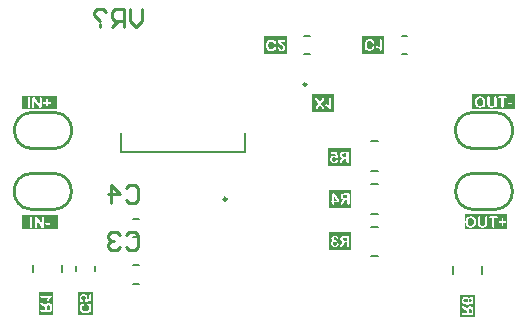
<source format=gbo>
G04*
G04 #@! TF.GenerationSoftware,Altium Limited,Altium Designer,19.0.12 (326)*
G04*
G04 Layer_Color=32896*
%FSLAX25Y25*%
%MOIN*%
G70*
G01*
G75*
%ADD10C,0.01000*%
%ADD11C,0.00100*%
%ADD48C,0.00984*%
%ADD49C,0.00787*%
G36*
X114000Y465000D02*
X102500D01*
Y469610D01*
X114000D01*
Y465000D01*
D02*
G37*
G36*
X114367Y425000D02*
X102500D01*
Y429760D01*
X114367D01*
Y425000D01*
D02*
G37*
G36*
X266669Y465000D02*
X252500D01*
Y470000D01*
X266669D01*
Y465000D01*
D02*
G37*
G36*
X264169Y425000D02*
X250000D01*
Y430000D01*
X264169D01*
Y425000D01*
D02*
G37*
G36*
X212260Y418000D02*
X204760D01*
Y424000D01*
X212260D01*
Y418000D01*
D02*
G37*
G36*
X223240Y483500D02*
X215740D01*
Y489500D01*
X223240D01*
Y483500D01*
D02*
G37*
G36*
X253500Y395740D02*
X248500D01*
Y403240D01*
X253500D01*
Y395740D01*
D02*
G37*
G36*
X126268Y396500D02*
X121000D01*
Y404000D01*
X126268D01*
Y396500D01*
D02*
G37*
G36*
X206579Y464000D02*
X199079D01*
Y470000D01*
X206579D01*
Y464000D01*
D02*
G37*
G36*
X212000Y446000D02*
X204500D01*
Y452000D01*
X212000D01*
Y446000D01*
D02*
G37*
G36*
X212260Y432140D02*
X204760D01*
Y438140D01*
X212260D01*
Y432140D01*
D02*
G37*
G36*
X190740Y483343D02*
X183240D01*
Y489342D01*
X190740D01*
Y483343D01*
D02*
G37*
G36*
X112838Y396500D02*
X108108D01*
Y404000D01*
X112838D01*
Y396500D01*
D02*
G37*
%LPC*%
G36*
X108660Y469189D02*
X108632D01*
X108578Y469183D01*
X108528Y469172D01*
X108485Y469156D01*
X108452Y469134D01*
X108425Y469112D01*
X108403Y469096D01*
X108392Y469085D01*
X108387Y469079D01*
X108359Y469036D01*
X108337Y468987D01*
X108321Y468932D01*
X108310Y468883D01*
X108305Y468834D01*
X108299Y468796D01*
Y468774D01*
Y468763D01*
Y466601D01*
X106874Y468747D01*
X106830Y468812D01*
X106792Y468872D01*
X106781Y468894D01*
X106770Y468910D01*
X106759Y468921D01*
Y468927D01*
X106721Y468987D01*
X106683Y469030D01*
X106661Y469058D01*
X106650Y469069D01*
X106606Y469107D01*
X106568Y469134D01*
X106536Y469150D01*
X106530Y469156D01*
X106525D01*
X106470Y469178D01*
X106415Y469183D01*
X106388Y469189D01*
X106355D01*
X106312Y469183D01*
X106263Y469178D01*
X106224Y469167D01*
X106186Y469156D01*
X106159Y469140D01*
X106137Y469129D01*
X106121Y469123D01*
X106115Y469118D01*
X106077Y469090D01*
X106044Y469058D01*
X106017Y469030D01*
X106000Y468998D01*
X105984Y468970D01*
X105973Y468954D01*
X105962Y468938D01*
Y468932D01*
X105951Y468888D01*
X105940Y468845D01*
X105930Y468752D01*
X105924Y468714D01*
Y465421D01*
X108976D01*
D01*
X108578D01*
X108649Y465427D01*
X108709Y465443D01*
X108763Y465465D01*
X108807Y465498D01*
X108845Y465530D01*
X108878Y465574D01*
X108905Y465612D01*
X108927Y465662D01*
X108954Y465749D01*
X108965Y465787D01*
X108971Y465820D01*
X108976Y465853D01*
Y468763D01*
D01*
X108971Y468839D01*
X108960Y468905D01*
X108949Y468959D01*
X108932Y469003D01*
X108911Y469036D01*
X108900Y469058D01*
X108889Y469074D01*
X108883Y469079D01*
X108845Y469118D01*
X108807Y469145D01*
X108763Y469161D01*
X108725Y469178D01*
X108687Y469183D01*
X108660Y469189D01*
D02*
G37*
G36*
X112148Y468561D02*
X110549D01*
Y467605D01*
X109593D01*
Y466006D01*
D01*
Y466956D01*
X110549D01*
Y466006D01*
X109593D01*
X111193D01*
Y466956D01*
X112148D01*
Y467605D01*
X111193D01*
Y468561D01*
X112148D01*
D02*
G37*
G36*
X105089Y469189D02*
X104352D01*
X104712D01*
X104657Y469183D01*
X104603Y469172D01*
X104559Y469150D01*
X104521Y469134D01*
X104493Y469112D01*
X104466Y469090D01*
X104455Y469079D01*
X104450Y469074D01*
X104417Y469030D01*
X104395Y468976D01*
X104373Y468921D01*
X104362Y468867D01*
X104357Y468818D01*
X104352Y468779D01*
Y465869D01*
X104357Y465793D01*
X104368Y465722D01*
X104384Y465662D01*
X104401Y465618D01*
X104417Y465580D01*
X104434Y465552D01*
X104444Y465536D01*
X104450Y465530D01*
X104493Y465492D01*
X104537Y465465D01*
X104581Y465449D01*
X104619Y465438D01*
X104657Y465427D01*
X104685Y465421D01*
X104712D01*
X104772Y465427D01*
X104827Y465438D01*
X104870Y465454D01*
X104914Y465476D01*
X104941Y465498D01*
X104969Y465514D01*
X104980Y465525D01*
X104985Y465530D01*
X105018Y465574D01*
X105045Y465629D01*
X105061Y465683D01*
X105078Y465743D01*
X105083Y465793D01*
X105089Y465831D01*
Y465498D01*
Y468741D01*
X105083Y468818D01*
X105072Y468888D01*
X105056Y468943D01*
X105040Y468992D01*
X105018Y469030D01*
X105001Y469052D01*
X104990Y469069D01*
X104985Y469074D01*
X104941Y469112D01*
X104898Y469140D01*
X104854Y469161D01*
X104810Y469172D01*
X104772Y469183D01*
X104739Y469189D01*
X105089D01*
D02*
G37*
%LPD*%
G36*
X107999Y465853D02*
X108043Y465787D01*
X108081Y465738D01*
X108097Y465716D01*
X108108Y465700D01*
X108119Y465689D01*
Y465683D01*
X108163Y465629D01*
X108206Y465580D01*
X108234Y465552D01*
X108239Y465547D01*
X108245Y465541D01*
X108299Y465503D01*
X108348Y465476D01*
X108370Y465465D01*
X108381Y465460D01*
X108392Y465454D01*
X108397D01*
X108463Y465438D01*
X108518Y465427D01*
X108545Y465421D01*
X106268D01*
X106323Y465427D01*
X106372Y465438D01*
X106415Y465454D01*
X106454Y465476D01*
X106481Y465492D01*
X106503Y465509D01*
X106514Y465520D01*
X106519Y465525D01*
X106552Y465569D01*
X106574Y465623D01*
X106596Y465672D01*
X106606Y465727D01*
X106612Y465771D01*
X106617Y465809D01*
Y465831D01*
Y465842D01*
Y467977D01*
X107999Y465853D01*
D02*
G37*
G36*
X105930Y465771D02*
X105940Y465705D01*
X105951Y465651D01*
X105973Y465607D01*
X105990Y465569D01*
X106000Y465547D01*
X106011Y465530D01*
X106017Y465525D01*
X106055Y465492D01*
X106093Y465465D01*
X106137Y465449D01*
X106175Y465432D01*
X106213Y465427D01*
X106241Y465421D01*
X105924D01*
Y465842D01*
X105930Y465771D01*
D02*
G37*
%LPC*%
G36*
X109736Y429264D02*
Y428838D01*
X109730Y428914D01*
X109719Y428980D01*
X109708Y429034D01*
X109692Y429078D01*
X109670Y429111D01*
X109659Y429133D01*
X109648Y429149D01*
X109643Y429154D01*
X109605Y429193D01*
X109566Y429220D01*
X109523Y429236D01*
X109484Y429253D01*
X109446Y429258D01*
X109419Y429264D01*
X109736D01*
X108045D01*
X109391D01*
X109337Y429258D01*
X109288Y429247D01*
X109244Y429231D01*
X109211Y429209D01*
X109184Y429187D01*
X109162Y429171D01*
X109151Y429160D01*
X109146Y429154D01*
X109118Y429111D01*
X109097Y429062D01*
X109080Y429007D01*
X109069Y428958D01*
X109064Y428909D01*
X109058Y428871D01*
Y428849D01*
Y428838D01*
Y426676D01*
X107633Y428822D01*
X107590Y428887D01*
X107552Y428947D01*
X107541Y428969D01*
X107530Y428985D01*
X107519Y428996D01*
Y429002D01*
X107481Y429062D01*
X107442Y429105D01*
X107421Y429133D01*
X107410Y429144D01*
X107366Y429182D01*
X107328Y429209D01*
X107295Y429225D01*
X107289Y429231D01*
X107284D01*
X107229Y429253D01*
X107175Y429258D01*
X107148Y429264D01*
X107115D01*
X107071Y429258D01*
X107022Y429253D01*
X106984Y429242D01*
X106946Y429231D01*
X106918Y429215D01*
X106896Y429204D01*
X106880Y429198D01*
X106875Y429193D01*
X106836Y429165D01*
X106804Y429133D01*
X106776Y429105D01*
X106760Y429073D01*
X106743Y429045D01*
X106732Y429029D01*
X106722Y429013D01*
Y429007D01*
X106711Y428963D01*
X106700Y428920D01*
X106689Y428827D01*
X106683Y428789D01*
Y425917D01*
X106689Y425846D01*
X106700Y425780D01*
X106711Y425726D01*
X106732Y425682D01*
X106749Y425644D01*
X106760Y425622D01*
X106771Y425605D01*
X106776Y425600D01*
X106814Y425567D01*
X106853Y425540D01*
X106896Y425524D01*
X106934Y425507D01*
X106973Y425502D01*
X107000Y425496D01*
X106683D01*
X108120D01*
X107027D01*
X107082Y425502D01*
X107131Y425513D01*
X107175Y425529D01*
X107213Y425551D01*
X107240Y425567D01*
X107262Y425584D01*
X107273Y425595D01*
X107279Y425600D01*
X107311Y425644D01*
X107333Y425698D01*
X107355Y425747D01*
X107366Y425802D01*
X107371Y425846D01*
X107377Y425884D01*
Y425906D01*
Y425917D01*
Y428052D01*
X108758Y425928D01*
X108802Y425862D01*
X108840Y425813D01*
X108856Y425791D01*
X108867Y425775D01*
X108878Y425764D01*
Y425758D01*
X108922Y425704D01*
X108966Y425655D01*
X108993Y425627D01*
X108998Y425622D01*
X109004Y425616D01*
X109058Y425578D01*
X109108Y425551D01*
X109130Y425540D01*
X109140Y425535D01*
X109151Y425529D01*
X109157D01*
X109222Y425513D01*
X109277Y425502D01*
X109304Y425496D01*
X109337D01*
X109408Y425502D01*
X109468Y425518D01*
X109523Y425540D01*
X109566Y425573D01*
X109605Y425605D01*
X109637Y425649D01*
X109664Y425687D01*
X109686Y425737D01*
X109714Y425824D01*
X109725Y425862D01*
X109730Y425895D01*
X109736Y425928D01*
Y425496D01*
D01*
Y429264D01*
D02*
G37*
G36*
X111756Y427183D02*
Y426878D01*
X111750Y426927D01*
X111739Y426970D01*
X111728Y427009D01*
X111712Y427036D01*
X111690Y427063D01*
X111679Y427080D01*
X111668Y427091D01*
X111663Y427096D01*
X111625Y427123D01*
X111581Y427145D01*
X111537Y427162D01*
X111494Y427173D01*
X111450Y427178D01*
X111417Y427183D01*
X110604D01*
X110538Y427178D01*
X110484Y427173D01*
X110434Y427156D01*
X110396Y427140D01*
X110363Y427123D01*
X110342Y427112D01*
X110331Y427102D01*
X110325Y427096D01*
X110298Y427063D01*
X110276Y427025D01*
X110260Y426992D01*
X110249Y426954D01*
X110243Y426927D01*
X110238Y426899D01*
Y426878D01*
X110243Y426829D01*
X110254Y426790D01*
X110265Y426752D01*
X110287Y426725D01*
X110303Y426697D01*
X110314Y426681D01*
X110325Y426670D01*
X110331Y426665D01*
X110369Y426638D01*
X110413Y426616D01*
X110456Y426605D01*
X110500Y426594D01*
X110544Y426588D01*
X110576Y426583D01*
X110238D01*
X111756D01*
Y427183D01*
D02*
G37*
G36*
X105499Y429264D02*
X105471D01*
X105417Y429258D01*
X105362Y429247D01*
X105318Y429225D01*
X105280Y429209D01*
X105253Y429187D01*
X105226Y429165D01*
X105215Y429154D01*
X105209Y429149D01*
X105176Y429105D01*
X105155Y429051D01*
X105133Y428996D01*
X105122Y428942D01*
X105116Y428893D01*
X105111Y428854D01*
Y425944D01*
X105116Y425868D01*
X105127Y425797D01*
X105144Y425737D01*
X105160Y425693D01*
X105176Y425655D01*
X105193Y425627D01*
X105204Y425611D01*
X105209Y425605D01*
X105253Y425567D01*
X105297Y425540D01*
X105340Y425524D01*
X105378Y425513D01*
X105417Y425502D01*
X105444Y425496D01*
X105111D01*
D01*
X105848D01*
Y428963D01*
Y428816D01*
X105842Y428893D01*
X105832Y428963D01*
X105815Y429018D01*
X105799Y429067D01*
X105777Y429105D01*
X105761Y429127D01*
X105750Y429144D01*
X105744Y429149D01*
X105701Y429187D01*
X105657Y429215D01*
X105613Y429236D01*
X105570Y429247D01*
X105531Y429258D01*
X105499Y429264D01*
D02*
G37*
%LPD*%
G36*
X111756Y426583D02*
X111390D01*
X111455Y426588D01*
X111510Y426594D01*
X111559Y426610D01*
X111597Y426627D01*
X111625Y426638D01*
X111646Y426654D01*
X111657Y426659D01*
X111663Y426665D01*
X111696Y426697D01*
X111717Y426730D01*
X111734Y426768D01*
X111745Y426801D01*
X111750Y426834D01*
X111756Y426856D01*
Y426583D01*
D02*
G37*
G36*
X105848Y425496D02*
X105471D01*
X105531Y425502D01*
X105586Y425513D01*
X105630Y425529D01*
X105673Y425551D01*
X105701Y425573D01*
X105728Y425589D01*
X105739Y425600D01*
X105744Y425605D01*
X105777Y425649D01*
X105804Y425704D01*
X105821Y425758D01*
X105837Y425818D01*
X105842Y425868D01*
X105848Y425906D01*
Y425496D01*
D02*
G37*
%LPC*%
G36*
X264165Y469324D02*
D01*
Y469012D01*
X264160Y469062D01*
X264149Y469105D01*
X264138Y469143D01*
X264122Y469176D01*
X264100Y469204D01*
X264089Y469220D01*
X264078Y469231D01*
X264072Y469236D01*
X264034Y469264D01*
X263991Y469285D01*
X263941Y469302D01*
X263898Y469313D01*
X263854Y469318D01*
X263821Y469324D01*
X264165D01*
X261069D01*
D01*
X261441D01*
X261375Y469318D01*
X261321Y469313D01*
X261272Y469296D01*
X261233Y469280D01*
X261200Y469264D01*
X261179Y469253D01*
X261168Y469242D01*
X261162Y469236D01*
X261129Y469204D01*
X261108Y469165D01*
X261091Y469127D01*
X261080Y469094D01*
X261075Y469062D01*
X261069Y469034D01*
Y469012D01*
X261075Y468963D01*
X261086Y468920D01*
X261097Y468881D01*
X261113Y468854D01*
X261129Y468827D01*
X261146Y468810D01*
X261151Y468799D01*
X261157Y468794D01*
X261195Y468767D01*
X261239Y468745D01*
X261288Y468734D01*
X261332Y468723D01*
X261375Y468718D01*
X261408Y468712D01*
X262249D01*
Y466064D01*
X262254Y465982D01*
X262265Y465917D01*
X262282Y465857D01*
X262298Y465807D01*
X262314Y465775D01*
X262331Y465747D01*
X262342Y465731D01*
X262347Y465726D01*
X262391Y465687D01*
X262435Y465660D01*
X262478Y465644D01*
X262522Y465633D01*
X262560Y465622D01*
X262587Y465616D01*
X262615D01*
X262675Y465622D01*
X262724Y465633D01*
X262773Y465649D01*
X262811Y465671D01*
X262839Y465693D01*
X262866Y465709D01*
X262877Y465720D01*
X262882Y465726D01*
X262915Y465769D01*
X262942Y465824D01*
X262959Y465878D01*
X262975Y465938D01*
X262981Y465988D01*
X262986Y466026D01*
Y466053D01*
Y466064D01*
Y468712D01*
X263789D01*
X263854Y468718D01*
X263914Y468723D01*
X263963Y468739D01*
X264001Y468756D01*
X264034Y468767D01*
X264056Y468783D01*
X264067Y468789D01*
X264072Y468794D01*
X264105Y468827D01*
X264127Y468865D01*
X264143Y468898D01*
X264154Y468936D01*
X264160Y468963D01*
X264165Y468991D01*
Y465616D01*
D01*
D01*
Y469324D01*
D02*
G37*
G36*
X265820Y467303D02*
D01*
Y466998D01*
X265814Y467047D01*
X265803Y467091D01*
X265792Y467129D01*
X265776Y467156D01*
X265754Y467183D01*
X265743Y467200D01*
X265732Y467211D01*
X265727Y467216D01*
X265689Y467243D01*
X265645Y467265D01*
X265601Y467282D01*
X265558Y467292D01*
X265514Y467298D01*
X265481Y467303D01*
X265820D01*
X264302D01*
D01*
X264668D01*
X264602Y467298D01*
X264547Y467292D01*
X264498Y467276D01*
X264460Y467260D01*
X264427Y467243D01*
X264405Y467233D01*
X264395Y467221D01*
X264389Y467216D01*
X264362Y467183D01*
X264340Y467145D01*
X264324Y467112D01*
X264313Y467074D01*
X264307Y467047D01*
X264302Y467020D01*
Y466998D01*
X264307Y466949D01*
X264318Y466910D01*
X264329Y466872D01*
X264351Y466845D01*
X264367Y466818D01*
X264378Y466801D01*
X264389Y466790D01*
X264395Y466785D01*
X264433Y466757D01*
X264476Y466736D01*
X264520Y466725D01*
X264564Y466714D01*
X264608Y466708D01*
X264640Y466703D01*
X265454D01*
X265519Y466708D01*
X265574Y466714D01*
X265623Y466730D01*
X265661Y466747D01*
X265689Y466757D01*
X265710Y466774D01*
X265721Y466779D01*
X265727Y466785D01*
X265760Y466818D01*
X265781Y466850D01*
X265798Y466889D01*
X265809Y466921D01*
X265814Y466954D01*
X265820Y466976D01*
Y466703D01*
D01*
Y467303D01*
D02*
G37*
G36*
X260622Y469384D02*
X257559D01*
X257919D01*
X257859Y469378D01*
X257810Y469367D01*
X257766Y469346D01*
X257728Y469329D01*
X257695Y469307D01*
X257673Y469285D01*
X257662Y469275D01*
X257657Y469269D01*
X257624Y469225D01*
X257602Y469171D01*
X257580Y469116D01*
X257570Y469062D01*
X257564Y469012D01*
X257559Y468974D01*
Y467183D01*
X257564Y467036D01*
X257575Y466899D01*
X257586Y466774D01*
X257602Y466670D01*
X257619Y466583D01*
X257624Y466550D01*
X257635Y466523D01*
X257641Y466501D01*
Y466484D01*
X257646Y466473D01*
Y466468D01*
X257684Y466364D01*
X257728Y466266D01*
X257772Y466184D01*
X257821Y466113D01*
X257859Y466059D01*
X257892Y466015D01*
X257914Y465993D01*
X257925Y465982D01*
X258001Y465917D01*
X258083Y465862D01*
X258165Y465813D01*
X258241Y465775D01*
X258312Y465742D01*
X258367Y465720D01*
X258389Y465715D01*
X258405Y465709D01*
X258410Y465704D01*
X258416D01*
X258536Y465676D01*
X258656Y465655D01*
X258782Y465638D01*
X258896Y465627D01*
X258995Y465622D01*
X259033D01*
X259071Y465616D01*
X259142D01*
X259273Y465622D01*
X259388Y465627D01*
X259491Y465644D01*
X259584Y465660D01*
X259655Y465671D01*
X259715Y465687D01*
X259732Y465693D01*
X259748D01*
X259754Y465698D01*
X259759D01*
X259852Y465731D01*
X259945Y465775D01*
X260021Y465818D01*
X260092Y465862D01*
X260147Y465900D01*
X260190Y465933D01*
X260212Y465960D01*
X260223Y465966D01*
X260305Y466048D01*
X260371Y466135D01*
X260425Y466217D01*
X260463Y466293D01*
X260496Y466364D01*
X260518Y466413D01*
X260524Y466435D01*
X260529Y466452D01*
X260534Y466457D01*
Y466463D01*
X260562Y466577D01*
X260583Y466697D01*
X260600Y466818D01*
X260611Y466932D01*
X260616Y467030D01*
X260622Y467074D01*
Y465616D01*
D01*
Y469384D01*
D02*
G37*
G36*
X256920D02*
X253349D01*
X255118D01*
X254965Y469378D01*
X254829Y469362D01*
X254698Y469340D01*
X254589Y469318D01*
X254539Y469307D01*
X254496Y469296D01*
X254457Y469285D01*
X254430Y469275D01*
X254403Y469264D01*
X254386Y469258D01*
X254376Y469253D01*
X254370D01*
X254250Y469198D01*
X254146Y469138D01*
X254048Y469078D01*
X253972Y469018D01*
X253901Y468963D01*
X253857Y468914D01*
X253824Y468887D01*
X253819Y468881D01*
X253813Y468876D01*
X253737Y468778D01*
X253666Y468679D01*
X253606Y468576D01*
X253556Y468483D01*
X253518Y468401D01*
X253502Y468363D01*
X253491Y468335D01*
X253480Y468308D01*
X253475Y468292D01*
X253469Y468281D01*
Y468275D01*
X253431Y468144D01*
X253398Y468008D01*
X253376Y467877D01*
X253365Y467762D01*
X253360Y467707D01*
X253355Y467658D01*
Y467615D01*
X253349Y467576D01*
Y467506D01*
X253355Y467353D01*
X253365Y467216D01*
X253387Y467085D01*
X253409Y466970D01*
X253415Y466921D01*
X253426Y466878D01*
X253436Y466834D01*
X253447Y466801D01*
X253453Y466779D01*
X253458Y466757D01*
X253464Y466747D01*
Y466741D01*
X253513Y466615D01*
X253567Y466501D01*
X253622Y466397D01*
X253677Y466310D01*
X253726Y466239D01*
X253764Y466184D01*
X253791Y466151D01*
X253802Y466146D01*
Y466141D01*
X253895Y466053D01*
X253988Y465977D01*
X254081Y465906D01*
X254173Y465851D01*
X254250Y465807D01*
X254315Y465780D01*
X254337Y465769D01*
X254354Y465758D01*
X254365Y465753D01*
X254370D01*
X254501Y465709D01*
X254632Y465676D01*
X254763Y465649D01*
X254878Y465633D01*
X254932Y465627D01*
X254982Y465622D01*
X255025D01*
X255064Y465616D01*
X255135D01*
X255293Y465622D01*
X255435Y465638D01*
X255566Y465660D01*
X255680Y465682D01*
X255730Y465693D01*
X255773Y465704D01*
X255806Y465715D01*
X255839Y465726D01*
X255866Y465736D01*
X255883Y465742D01*
X255893Y465747D01*
X255899D01*
X256019Y465802D01*
X256128Y465868D01*
X256221Y465928D01*
X256303Y465993D01*
X256374Y466048D01*
X256423Y466091D01*
X256450Y466124D01*
X256461Y466135D01*
X256543Y466233D01*
X256614Y466337D01*
X256669Y466435D01*
X256718Y466534D01*
X256756Y466615D01*
X256772Y466648D01*
X256783Y466676D01*
X256794Y466703D01*
X256800Y466719D01*
X256805Y466730D01*
Y466736D01*
X256843Y466867D01*
X256871Y466998D01*
X256893Y467129D01*
X256904Y467249D01*
X256909Y467298D01*
X256914Y467347D01*
Y467391D01*
X256920Y467429D01*
Y465616D01*
D01*
Y469384D01*
D02*
G37*
%LPD*%
G36*
X260622Y468936D02*
X260616Y469012D01*
X260605Y469083D01*
X260589Y469138D01*
X260573Y469187D01*
X260551Y469225D01*
X260534Y469247D01*
X260524Y469264D01*
X260518Y469269D01*
X260474Y469307D01*
X260431Y469335D01*
X260387Y469356D01*
X260343Y469367D01*
X260305Y469378D01*
X260272Y469384D01*
X260622D01*
Y468936D01*
D02*
G37*
G36*
X260185Y469378D02*
X260136Y469367D01*
X260092Y469346D01*
X260054Y469329D01*
X260021Y469307D01*
X259999Y469285D01*
X259988Y469275D01*
X259983Y469269D01*
X259950Y469225D01*
X259928Y469171D01*
X259907Y469116D01*
X259896Y469062D01*
X259890Y469012D01*
X259885Y468974D01*
Y468947D01*
Y468936D01*
Y467123D01*
Y467041D01*
X259879Y466959D01*
X259868Y466889D01*
X259857Y466818D01*
X259841Y466757D01*
X259830Y466697D01*
X259797Y466605D01*
X259759Y466528D01*
X259732Y466473D01*
X259710Y466441D01*
X259704Y466430D01*
X259666Y466392D01*
X259628Y466353D01*
X259535Y466299D01*
X259432Y466255D01*
X259333Y466228D01*
X259240Y466211D01*
X259197Y466206D01*
X259164D01*
X259137Y466200D01*
X259093D01*
X258984Y466206D01*
X258886Y466217D01*
X258798Y466233D01*
X258727Y466255D01*
X258672Y466277D01*
X258634Y466293D01*
X258612Y466304D01*
X258601Y466310D01*
X258541Y466359D01*
X258492Y466408D01*
X258449Y466463D01*
X258416Y466512D01*
X258394Y466555D01*
X258378Y466594D01*
X258367Y466615D01*
X258361Y466626D01*
X258340Y466708D01*
X258323Y466796D01*
X258312Y466878D01*
X258307Y466959D01*
X258301Y467030D01*
X258296Y467091D01*
Y467112D01*
Y467129D01*
Y467134D01*
Y467140D01*
Y468936D01*
X258290Y469012D01*
X258279Y469083D01*
X258263Y469138D01*
X258247Y469187D01*
X258225Y469225D01*
X258208Y469247D01*
X258197Y469264D01*
X258192Y469269D01*
X258154Y469307D01*
X258110Y469335D01*
X258061Y469356D01*
X258017Y469367D01*
X257979Y469378D01*
X257946Y469384D01*
X260245D01*
X260185Y469378D01*
D02*
G37*
G36*
X256920Y467500D02*
X256909Y467707D01*
X256887Y467899D01*
X256871Y467986D01*
X256854Y468068D01*
X256833Y468144D01*
X256816Y468210D01*
X256794Y468275D01*
X256772Y468330D01*
X256756Y468379D01*
X256740Y468417D01*
X256729Y468450D01*
X256718Y468477D01*
X256707Y468488D01*
Y468494D01*
X256620Y468647D01*
X256521Y468778D01*
X256423Y468887D01*
X256319Y468980D01*
X256232Y469056D01*
X256194Y469083D01*
X256155Y469105D01*
X256128Y469127D01*
X256106Y469138D01*
X256095Y469149D01*
X256090D01*
X256013Y469193D01*
X255932Y469225D01*
X255768Y469285D01*
X255604Y469329D01*
X255451Y469356D01*
X255386Y469362D01*
X255320Y469373D01*
X255260Y469378D01*
X255211D01*
X255173Y469384D01*
X256920D01*
Y467500D01*
D02*
G37*
G36*
X255233Y468794D02*
X255336Y468778D01*
X255429Y468750D01*
X255511Y468723D01*
X255577Y468696D01*
X255626Y468668D01*
X255659Y468652D01*
X255669Y468647D01*
X255757Y468581D01*
X255828Y468510D01*
X255893Y468439D01*
X255948Y468368D01*
X255986Y468303D01*
X256019Y468248D01*
X256030Y468226D01*
X256035Y468210D01*
X256041Y468204D01*
Y468199D01*
X256084Y468084D01*
X256117Y467970D01*
X256139Y467855D01*
X256155Y467746D01*
X256166Y467647D01*
Y467609D01*
X256172Y467571D01*
Y467544D01*
Y467522D01*
Y467511D01*
Y467506D01*
X256166Y467353D01*
X256150Y467211D01*
X256128Y467085D01*
X256101Y466976D01*
X256090Y466932D01*
X256074Y466894D01*
X256063Y466856D01*
X256052Y466828D01*
X256041Y466807D01*
X256035Y466790D01*
X256030Y466779D01*
Y466774D01*
X255975Y466670D01*
X255910Y466583D01*
X255844Y466506D01*
X255784Y466446D01*
X255730Y466397D01*
X255686Y466364D01*
X255659Y466342D01*
X255653Y466337D01*
X255648D01*
X255560Y466293D01*
X255468Y466261D01*
X255380Y466233D01*
X255298Y466217D01*
X255233Y466206D01*
X255178Y466200D01*
X255129D01*
X255047Y466206D01*
X254976Y466211D01*
X254905Y466228D01*
X254845Y466244D01*
X254796Y466255D01*
X254758Y466271D01*
X254736Y466277D01*
X254725Y466282D01*
X254659Y466315D01*
X254594Y466353D01*
X254539Y466397D01*
X254490Y466435D01*
X254447Y466473D01*
X254419Y466501D01*
X254397Y466523D01*
X254392Y466528D01*
X254343Y466594D01*
X254299Y466665D01*
X254261Y466730D01*
X254228Y466796D01*
X254206Y466856D01*
X254190Y466899D01*
X254179Y466932D01*
X254173Y466943D01*
X254146Y467041D01*
X254130Y467140D01*
X254113Y467233D01*
X254108Y467320D01*
X254102Y467396D01*
X254097Y467451D01*
Y467473D01*
Y467489D01*
Y467500D01*
Y467506D01*
X254102Y467620D01*
X254108Y467724D01*
X254119Y467817D01*
X254135Y467899D01*
X254152Y467970D01*
X254163Y468019D01*
X254168Y468051D01*
X254173Y468062D01*
X254206Y468150D01*
X254239Y468232D01*
X254277Y468303D01*
X254310Y468363D01*
X254337Y468406D01*
X254365Y468445D01*
X254381Y468466D01*
X254386Y468472D01*
X254441Y468527D01*
X254496Y468576D01*
X254550Y468619D01*
X254599Y468652D01*
X254643Y468679D01*
X254676Y468696D01*
X254703Y468707D01*
X254709Y468712D01*
X254780Y468739D01*
X254856Y468761D01*
X254922Y468778D01*
X254987Y468789D01*
X255042Y468794D01*
X255080Y468799D01*
X255118D01*
X255233Y468794D01*
D02*
G37*
%LPC*%
G36*
X262940Y428756D02*
X262296D01*
Y427800D01*
X261340D01*
Y428756D01*
D01*
Y426200D01*
X263896D01*
D01*
X262940D01*
Y427151D01*
X263896D01*
Y427800D01*
X262940D01*
Y428756D01*
D02*
G37*
G36*
X257196Y429384D02*
X257169D01*
X257109Y429378D01*
X257060Y429367D01*
X257016Y429346D01*
X256978Y429329D01*
X256945Y429307D01*
X256923Y429285D01*
X256912Y429275D01*
X256907Y429269D01*
X256874Y429225D01*
X256852Y429171D01*
X256831Y429116D01*
X256820Y429062D01*
X256814Y429012D01*
X256809Y428974D01*
Y428947D01*
Y428936D01*
Y427123D01*
Y427041D01*
X256803Y426960D01*
X256792Y426889D01*
X256781Y426818D01*
X256765Y426757D01*
X256754Y426697D01*
X256721Y426605D01*
X256683Y426528D01*
X256656Y426474D01*
X256634Y426441D01*
X256628Y426430D01*
X256590Y426392D01*
X256552Y426353D01*
X256459Y426299D01*
X256355Y426255D01*
X256257Y426228D01*
X256164Y426211D01*
X256121Y426206D01*
X256088D01*
X256061Y426200D01*
X256017D01*
X255908Y426206D01*
X255809Y426217D01*
X255722Y426233D01*
X255651Y426255D01*
X255596Y426277D01*
X255558Y426293D01*
X255536Y426304D01*
X255525Y426310D01*
X255466Y426359D01*
X255416Y426408D01*
X255373Y426463D01*
X255340Y426512D01*
X255318Y426555D01*
X255302Y426594D01*
X255291Y426615D01*
X255285Y426626D01*
X255263Y426708D01*
X255247Y426796D01*
X255236Y426878D01*
X255231Y426960D01*
X255225Y427030D01*
X255220Y427091D01*
Y427112D01*
Y427129D01*
Y427134D01*
Y427140D01*
Y428936D01*
X255214Y429012D01*
X255203Y429083D01*
X255187Y429138D01*
X255171Y429187D01*
X255149Y429225D01*
X255132Y429247D01*
X255121Y429264D01*
X255116Y429269D01*
X255078Y429307D01*
X255034Y429335D01*
X254985Y429356D01*
X254941Y429367D01*
X254903Y429378D01*
X254870Y429384D01*
X254843D01*
X254783Y429378D01*
X254734Y429367D01*
X254690Y429346D01*
X254652Y429329D01*
X254619Y429307D01*
X254597Y429285D01*
X254586Y429275D01*
X254581Y429269D01*
X254548Y429225D01*
X254526Y429171D01*
X254504Y429116D01*
X254494Y429062D01*
X254488Y429012D01*
X254483Y428974D01*
Y425616D01*
X257546D01*
D01*
X256066D01*
X256197Y425622D01*
X256312Y425627D01*
X256416Y425644D01*
X256508Y425660D01*
X256579Y425671D01*
X256639Y425687D01*
X256656Y425693D01*
X256672D01*
X256678Y425698D01*
X256683D01*
X256776Y425731D01*
X256869Y425775D01*
X256945Y425818D01*
X257016Y425862D01*
X257071Y425900D01*
X257114Y425933D01*
X257136Y425960D01*
X257147Y425966D01*
X257229Y426048D01*
X257295Y426135D01*
X257349Y426217D01*
X257387Y426293D01*
X257420Y426364D01*
X257442Y426413D01*
X257447Y426435D01*
X257453Y426452D01*
X257458Y426457D01*
Y426463D01*
X257486Y426577D01*
X257507Y426697D01*
X257524Y426818D01*
X257535Y426932D01*
X257540Y427030D01*
X257546Y427074D01*
Y428936D01*
X257540Y429012D01*
X257529Y429083D01*
X257513Y429138D01*
X257497Y429187D01*
X257475Y429225D01*
X257458Y429247D01*
X257447Y429264D01*
X257442Y429269D01*
X257398Y429307D01*
X257355Y429335D01*
X257311Y429356D01*
X257267Y429367D01*
X257229Y429378D01*
X257196Y429384D01*
D02*
G37*
G36*
X260745Y429324D02*
X258365D01*
X258299Y429318D01*
X258245Y429313D01*
X258195Y429296D01*
X258157Y429280D01*
X258124Y429264D01*
X258103Y429253D01*
X258092Y429242D01*
X258086Y429236D01*
X258053Y429204D01*
X258032Y429165D01*
X258015Y429127D01*
X258004Y429094D01*
X257999Y429062D01*
X257993Y429034D01*
Y429012D01*
X257999Y428963D01*
X258010Y428920D01*
X258021Y428881D01*
X258037Y428854D01*
X258053Y428827D01*
X258070Y428810D01*
X258075Y428799D01*
X258081Y428794D01*
X258119Y428767D01*
X258163Y428745D01*
X258212Y428734D01*
X258256Y428723D01*
X258299Y428718D01*
X258332Y428712D01*
X259173D01*
Y426064D01*
X259178Y425982D01*
X259189Y425917D01*
X259206Y425856D01*
X259222Y425807D01*
X259238Y425775D01*
X259255Y425747D01*
X259266Y425731D01*
X259271Y425726D01*
X259315Y425687D01*
X259358Y425660D01*
X259402Y425644D01*
X259446Y425633D01*
X259484Y425622D01*
X259511Y425616D01*
X257993D01*
X261089D01*
D01*
X259539D01*
X259599Y425622D01*
X259648Y425633D01*
X259697Y425649D01*
X259735Y425671D01*
X259763Y425693D01*
X259790Y425709D01*
X259801Y425720D01*
X259806Y425726D01*
X259839Y425769D01*
X259866Y425824D01*
X259883Y425878D01*
X259899Y425938D01*
X259904Y425988D01*
X259910Y426026D01*
Y426053D01*
Y426064D01*
Y428712D01*
X260713D01*
X260778Y428718D01*
X260838Y428723D01*
X260887Y428739D01*
X260926Y428756D01*
X260958Y428767D01*
X260980Y428783D01*
X260991Y428789D01*
X260996Y428794D01*
X261029Y428827D01*
X261051Y428865D01*
X261067Y428898D01*
X261078Y428936D01*
X261084Y428963D01*
X261089Y428991D01*
Y429012D01*
X261084Y429062D01*
X261073Y429105D01*
X261062Y429143D01*
X261046Y429176D01*
X261024Y429204D01*
X261013Y429220D01*
X261002Y429231D01*
X260996Y429236D01*
X260958Y429264D01*
X260914Y429285D01*
X260865Y429302D01*
X260822Y429313D01*
X260778Y429318D01*
X260745Y429324D01*
D02*
G37*
G36*
X252097Y429384D02*
X252042D01*
X251889Y429378D01*
X251753Y429362D01*
X251622Y429340D01*
X251512Y429318D01*
X251463Y429307D01*
X251420Y429296D01*
X251381Y429285D01*
X251354Y429275D01*
X251327Y429264D01*
X251310Y429258D01*
X251300Y429253D01*
X251294D01*
X251174Y429198D01*
X251070Y429138D01*
X250972Y429078D01*
X250895Y429018D01*
X250824Y428963D01*
X250781Y428914D01*
X250748Y428887D01*
X250743Y428881D01*
X250737Y428876D01*
X250661Y428778D01*
X250590Y428679D01*
X250530Y428576D01*
X250481Y428483D01*
X250442Y428401D01*
X250426Y428363D01*
X250415Y428335D01*
X250404Y428308D01*
X250399Y428292D01*
X250393Y428281D01*
Y428275D01*
X250355Y428144D01*
X250322Y428008D01*
X250300Y427877D01*
X250289Y427762D01*
X250284Y427707D01*
X250278Y427658D01*
Y427615D01*
X250273Y427576D01*
Y425616D01*
X252058D01*
X252217Y425622D01*
X252359Y425638D01*
X252490Y425660D01*
X252604Y425682D01*
X252654Y425693D01*
X252697Y425704D01*
X252730Y425715D01*
X252763Y425726D01*
X252790Y425736D01*
X252806Y425742D01*
X252817Y425747D01*
X252823D01*
X252943Y425802D01*
X253052Y425868D01*
X253145Y425927D01*
X253227Y425993D01*
X253298Y426048D01*
X253347Y426091D01*
X253374Y426124D01*
X253385Y426135D01*
X253467Y426233D01*
X253538Y426337D01*
X253593Y426435D01*
X253642Y426534D01*
X253680Y426615D01*
X253696Y426648D01*
X253707Y426676D01*
X253718Y426703D01*
X253724Y426719D01*
X253729Y426730D01*
Y426736D01*
X253767Y426867D01*
X253795Y426998D01*
X253817Y427129D01*
X253828Y427249D01*
X253833Y427298D01*
X253838Y427347D01*
Y427391D01*
X253844Y427429D01*
Y427500D01*
X253833Y427707D01*
X253811Y427899D01*
X253795Y427986D01*
X253778Y428068D01*
X253756Y428144D01*
X253740Y428210D01*
X253718Y428275D01*
X253696Y428330D01*
X253680Y428379D01*
X253664Y428417D01*
X253653Y428450D01*
X253642Y428477D01*
X253631Y428488D01*
Y428494D01*
X253543Y428647D01*
X253445Y428778D01*
X253347Y428887D01*
X253243Y428980D01*
X253156Y429056D01*
X253118Y429083D01*
X253079Y429105D01*
X253052Y429127D01*
X253030Y429138D01*
X253019Y429149D01*
X253014D01*
X252938Y429193D01*
X252856Y429225D01*
X252692Y429285D01*
X252528Y429329D01*
X252375Y429356D01*
X252310Y429362D01*
X252244Y429373D01*
X252184Y429378D01*
X252135D01*
X252097Y429384D01*
D02*
G37*
%LPD*%
G36*
X262296Y426200D02*
X261340D01*
Y427151D01*
X262296D01*
Y426200D01*
D02*
G37*
G36*
X254488Y427036D02*
X254499Y426899D01*
X254510Y426774D01*
X254526Y426670D01*
X254543Y426583D01*
X254548Y426550D01*
X254559Y426523D01*
X254565Y426501D01*
Y426484D01*
X254570Y426474D01*
Y426468D01*
X254608Y426364D01*
X254652Y426266D01*
X254696Y426184D01*
X254745Y426113D01*
X254783Y426059D01*
X254816Y426015D01*
X254838Y425993D01*
X254849Y425982D01*
X254925Y425917D01*
X255007Y425862D01*
X255089Y425813D01*
X255165Y425775D01*
X255236Y425742D01*
X255291Y425720D01*
X255313Y425715D01*
X255329Y425709D01*
X255334Y425704D01*
X255340D01*
X255460Y425676D01*
X255580Y425655D01*
X255706Y425638D01*
X255820Y425627D01*
X255919Y425622D01*
X255957D01*
X255995Y425616D01*
X254483D01*
Y427183D01*
X254488Y427036D01*
D02*
G37*
G36*
X252157Y428794D02*
X252260Y428778D01*
X252353Y428750D01*
X252435Y428723D01*
X252501Y428696D01*
X252550Y428668D01*
X252583Y428652D01*
X252593Y428647D01*
X252681Y428581D01*
X252752Y428510D01*
X252817Y428439D01*
X252872Y428368D01*
X252910Y428303D01*
X252943Y428248D01*
X252954Y428226D01*
X252959Y428210D01*
X252965Y428204D01*
Y428199D01*
X253009Y428084D01*
X253041Y427970D01*
X253063Y427855D01*
X253079Y427746D01*
X253090Y427647D01*
Y427609D01*
X253096Y427571D01*
Y427544D01*
Y427522D01*
Y427511D01*
Y427505D01*
X253090Y427353D01*
X253074Y427211D01*
X253052Y427085D01*
X253025Y426976D01*
X253014Y426932D01*
X252997Y426894D01*
X252987Y426856D01*
X252976Y426828D01*
X252965Y426807D01*
X252959Y426790D01*
X252954Y426779D01*
Y426774D01*
X252899Y426670D01*
X252834Y426583D01*
X252768Y426506D01*
X252708Y426446D01*
X252654Y426397D01*
X252610Y426364D01*
X252583Y426342D01*
X252577Y426337D01*
X252572D01*
X252484Y426293D01*
X252392Y426261D01*
X252304Y426233D01*
X252222Y426217D01*
X252157Y426206D01*
X252102Y426200D01*
X252053D01*
X251971Y426206D01*
X251900Y426211D01*
X251829Y426228D01*
X251769Y426244D01*
X251720Y426255D01*
X251682Y426271D01*
X251660Y426277D01*
X251649Y426282D01*
X251583Y426315D01*
X251518Y426353D01*
X251463Y426397D01*
X251414Y426435D01*
X251371Y426474D01*
X251343Y426501D01*
X251321Y426523D01*
X251316Y426528D01*
X251267Y426594D01*
X251223Y426665D01*
X251185Y426730D01*
X251152Y426796D01*
X251130Y426856D01*
X251114Y426899D01*
X251103Y426932D01*
X251097Y426943D01*
X251070Y427041D01*
X251054Y427140D01*
X251037Y427233D01*
X251032Y427320D01*
X251027Y427396D01*
X251021Y427451D01*
Y427473D01*
Y427489D01*
Y427500D01*
Y427505D01*
X251027Y427620D01*
X251032Y427724D01*
X251043Y427817D01*
X251059Y427899D01*
X251076Y427970D01*
X251086Y428019D01*
X251092Y428052D01*
X251097Y428062D01*
X251130Y428150D01*
X251163Y428232D01*
X251201Y428303D01*
X251234Y428363D01*
X251261Y428406D01*
X251289Y428445D01*
X251305Y428466D01*
X251310Y428472D01*
X251365Y428526D01*
X251420Y428576D01*
X251474Y428619D01*
X251523Y428652D01*
X251567Y428679D01*
X251600Y428696D01*
X251627Y428707D01*
X251632Y428712D01*
X251704Y428739D01*
X251780Y428761D01*
X251846Y428778D01*
X251911Y428789D01*
X251966Y428794D01*
X252004Y428799D01*
X252042D01*
X252157Y428794D01*
D02*
G37*
G36*
X250278Y427353D02*
X250289Y427216D01*
X250311Y427085D01*
X250333Y426970D01*
X250339Y426921D01*
X250349Y426878D01*
X250360Y426834D01*
X250371Y426801D01*
X250377Y426779D01*
X250382Y426757D01*
X250388Y426747D01*
Y426741D01*
X250437Y426615D01*
X250491Y426501D01*
X250546Y426397D01*
X250601Y426310D01*
X250650Y426239D01*
X250688Y426184D01*
X250715Y426151D01*
X250726Y426146D01*
Y426140D01*
X250819Y426053D01*
X250912Y425977D01*
X251005Y425906D01*
X251097Y425851D01*
X251174Y425807D01*
X251239Y425780D01*
X251261Y425769D01*
X251278Y425758D01*
X251289Y425753D01*
X251294D01*
X251425Y425709D01*
X251556Y425676D01*
X251687Y425649D01*
X251802Y425633D01*
X251856Y425627D01*
X251905Y425622D01*
X251949D01*
X251987Y425616D01*
X250273D01*
Y427505D01*
X250278Y427353D01*
D02*
G37*
%LPC*%
G36*
X206709Y422893D02*
X206670D01*
X206620Y422887D01*
X206559Y422882D01*
X206492Y422876D01*
X206420Y422865D01*
X206343Y422843D01*
X206265Y422820D01*
X206254Y422815D01*
X206232Y422809D01*
X206193Y422793D01*
X206143Y422770D01*
X206087Y422743D01*
X206026Y422709D01*
X205965Y422671D01*
X205910Y422626D01*
X205904Y422621D01*
X205888Y422604D01*
X205860Y422576D01*
X205826Y422543D01*
X205788Y422504D01*
X205754Y422454D01*
X205715Y422399D01*
X205688Y422338D01*
X205682Y422332D01*
X205677Y422310D01*
X205665Y422276D01*
X205649Y422232D01*
X205632Y422177D01*
X205621Y422116D01*
X205615Y422049D01*
X205610Y421977D01*
Y421966D01*
Y421932D01*
X205615Y421888D01*
X205621Y421827D01*
X205638Y421760D01*
X205654Y421688D01*
X205682Y421616D01*
X205721Y421544D01*
X205727Y421538D01*
X205743Y421511D01*
X205765Y421477D01*
X205804Y421433D01*
X205849Y421377D01*
X205899Y421316D01*
X205965Y421255D01*
X206037Y421189D01*
X206026Y421183D01*
X206004Y421172D01*
X205965Y421150D01*
X205921Y421117D01*
X205865Y421083D01*
X205810Y421039D01*
X205754Y420994D01*
X205704Y420944D01*
X205699Y420939D01*
X205682Y420922D01*
X205654Y420894D01*
X205627Y420856D01*
X205593Y420811D01*
X205560Y420761D01*
X205527Y420706D01*
X205499Y420645D01*
X205493Y420639D01*
X205488Y420617D01*
X205477Y420584D01*
X205460Y420539D01*
X205449Y420489D01*
X205438Y420428D01*
X205432Y420362D01*
X205427Y420290D01*
Y420251D01*
X205432Y420206D01*
X205438Y420151D01*
X205449Y420079D01*
X205466Y420007D01*
X205488Y419929D01*
X205521Y419846D01*
X205527Y419835D01*
X205538Y419807D01*
X205560Y419768D01*
X205593Y419718D01*
X205632Y419657D01*
X205677Y419590D01*
X205732Y419529D01*
X205799Y419463D01*
X205804Y419457D01*
X205832Y419435D01*
X205865Y419407D01*
X205915Y419368D01*
X205982Y419324D01*
X206054Y419285D01*
X206132Y419241D01*
X206221Y419202D01*
X206232Y419196D01*
X206265Y419185D01*
X206315Y419174D01*
X206381Y419157D01*
X206459Y419135D01*
X206554Y419124D01*
X206653Y419113D01*
X206764Y419107D01*
X206814D01*
X206875Y419113D01*
X206947Y419118D01*
X207031Y419135D01*
X207125Y419152D01*
X207214Y419180D01*
X207308Y419213D01*
X207319Y419218D01*
X207347Y419235D01*
X207392Y419257D01*
X207447Y419291D01*
X207508Y419329D01*
X207575Y419374D01*
X207641Y419429D01*
X207702Y419485D01*
X207708Y419490D01*
X207730Y419513D01*
X207758Y419546D01*
X207791Y419585D01*
X207830Y419635D01*
X207869Y419696D01*
X207908Y419757D01*
X207941Y419818D01*
X207946Y419823D01*
X207952Y419846D01*
X207963Y419879D01*
X207980Y419923D01*
X208008Y420018D01*
X208013Y420068D01*
X208019Y420112D01*
Y420134D01*
X208013Y420162D01*
X208008Y420195D01*
X207997Y420234D01*
X207980Y420273D01*
X207958Y420312D01*
X207924Y420345D01*
X207919Y420351D01*
X207908Y420362D01*
X207886Y420373D01*
X207858Y420395D01*
X207824Y420412D01*
X207786Y420423D01*
X207736Y420434D01*
X207686Y420439D01*
X207675D01*
X207641Y420434D01*
X207602Y420423D01*
X207553Y420395D01*
X207547D01*
X207541Y420390D01*
X207514Y420367D01*
X207486Y420334D01*
X207464Y420295D01*
Y420290D01*
X207458Y420279D01*
X207453Y420262D01*
X207441Y420240D01*
X207414Y420173D01*
X207380Y420095D01*
X207342Y420012D01*
X207292Y419923D01*
X207242Y419840D01*
X207186Y419768D01*
X207181Y419762D01*
X207158Y419740D01*
X207125Y419718D01*
X207075Y419685D01*
X207014Y419657D01*
X206942Y419629D01*
X206853Y419607D01*
X206759Y419601D01*
X206731D01*
X206703Y419607D01*
X206664Y419613D01*
X206614Y419618D01*
X206565Y419635D01*
X206515Y419651D01*
X206459Y419673D01*
X206454Y419679D01*
X206437Y419690D01*
X206409Y419707D01*
X206376Y419729D01*
X206337Y419762D01*
X206298Y419801D01*
X206259Y419851D01*
X206221Y419901D01*
X206215Y419907D01*
X206204Y419929D01*
X206187Y419962D01*
X206171Y420007D01*
X206154Y420056D01*
X206137Y420118D01*
X206126Y420184D01*
X206121Y420256D01*
Y420262D01*
Y420267D01*
Y420284D01*
Y420306D01*
X206132Y420362D01*
X206143Y420428D01*
X206159Y420501D01*
X206193Y420578D01*
X206232Y420656D01*
X206287Y420722D01*
X206293Y420728D01*
X206315Y420750D01*
X206354Y420778D01*
X206404Y420811D01*
X206465Y420839D01*
X206542Y420867D01*
X206637Y420889D01*
X206737Y420894D01*
X206775D01*
X206825Y420889D01*
X206892Y420883D01*
X206909D01*
X206925Y420878D01*
X206947D01*
X206997Y420872D01*
X207053D01*
X207081Y420878D01*
X207108Y420883D01*
X207181Y420900D01*
X207214Y420917D01*
X207247Y420939D01*
X207253Y420944D01*
X207258Y420950D01*
X207269Y420967D01*
X207280Y420989D01*
X207297Y421017D01*
X207308Y421050D01*
X207314Y421089D01*
X207319Y421133D01*
Y421139D01*
Y421155D01*
X207314Y421178D01*
X207308Y421205D01*
X207297Y421233D01*
X207280Y421266D01*
X207258Y421300D01*
X207231Y421327D01*
X207225Y421333D01*
X207214Y421339D01*
X207192Y421350D01*
X207158Y421366D01*
X207125Y421383D01*
X207075Y421394D01*
X207020Y421400D01*
X206959Y421405D01*
X206814D01*
X206770Y421411D01*
X206714Y421422D01*
X206653Y421439D01*
X206587Y421461D01*
X206520Y421494D01*
X206454Y421538D01*
X206448Y421544D01*
X206426Y421566D01*
X206398Y421594D01*
X206370Y421638D01*
X206337Y421694D01*
X206315Y421766D01*
X206293Y421844D01*
X206287Y421932D01*
Y421944D01*
Y421966D01*
X206293Y421999D01*
X206304Y422049D01*
X206320Y422099D01*
X206343Y422154D01*
X206376Y422210D01*
X206420Y422265D01*
X206426Y422271D01*
X206442Y422288D01*
X206476Y422310D01*
X206515Y422338D01*
X206565Y422365D01*
X206631Y422388D01*
X206698Y422404D01*
X206781Y422410D01*
X206837D01*
X206870Y422404D01*
X206953Y422393D01*
X207036Y422365D01*
X207042D01*
X207053Y422360D01*
X207070Y422349D01*
X207092Y422332D01*
X207147Y422299D01*
X207197Y422249D01*
Y422243D01*
X207208Y422238D01*
X207220Y422221D01*
X207231Y422199D01*
X207264Y422143D01*
X207303Y422066D01*
Y422060D01*
X207308Y422049D01*
X207319Y422027D01*
X207330Y421999D01*
X207364Y421932D01*
X207397Y421860D01*
X207403Y421849D01*
X207419Y421827D01*
X207447Y421799D01*
X207491Y421771D01*
X207503Y421766D01*
X207530Y421760D01*
X207580Y421749D01*
X207641Y421744D01*
X207658D01*
X207680Y421749D01*
X207702Y421755D01*
X207730Y421766D01*
X207763Y421777D01*
X207797Y421799D01*
X207830Y421827D01*
X207836Y421833D01*
X207841Y421844D01*
X207858Y421860D01*
X207869Y421888D01*
X207886Y421916D01*
X207902Y421955D01*
X207908Y421993D01*
X207913Y422043D01*
Y422049D01*
Y422066D01*
X207908Y422093D01*
X207902Y422127D01*
X207897Y422171D01*
X207880Y422215D01*
X207863Y422265D01*
X207836Y422321D01*
X207830Y422327D01*
X207819Y422343D01*
X207802Y422376D01*
X207774Y422410D01*
X207741Y422454D01*
X207702Y422499D01*
X207658Y422548D01*
X207602Y422598D01*
X207597Y422604D01*
X207575Y422621D01*
X207541Y422643D01*
X207497Y422676D01*
X207441Y422709D01*
X207375Y422743D01*
X207303Y422776D01*
X207220Y422809D01*
X207208Y422815D01*
X207181Y422820D01*
X207131Y422837D01*
X207070Y422854D01*
X206992Y422865D01*
X206909Y422882D01*
X206814Y422887D01*
X206709Y422893D01*
D02*
G37*
G36*
X211138Y422876D02*
X209761D01*
X209695Y422870D01*
X209623Y422865D01*
X209550Y422859D01*
X209484Y422854D01*
X209473D01*
X209451Y422848D01*
X209417Y422843D01*
X209373Y422837D01*
X209323Y422820D01*
X209267Y422809D01*
X209156Y422765D01*
X209151Y422759D01*
X209129Y422754D01*
X209095Y422737D01*
X209051Y422709D01*
X209007Y422682D01*
X208957Y422648D01*
X208901Y422604D01*
X208851Y422554D01*
X208846Y422548D01*
X208829Y422532D01*
X208807Y422504D01*
X208773Y422465D01*
X208740Y422421D01*
X208707Y422365D01*
X208674Y422304D01*
X208646Y422238D01*
X208640Y422232D01*
X208635Y422204D01*
X208624Y422171D01*
X208607Y422121D01*
X208596Y422066D01*
X208585Y421999D01*
X208579Y421932D01*
X208574Y421855D01*
Y421849D01*
Y421838D01*
Y421816D01*
X208579Y421788D01*
Y421749D01*
X208585Y421710D01*
X208601Y421616D01*
X208629Y421511D01*
X208674Y421400D01*
X208735Y421289D01*
X208768Y421239D01*
X208812Y421189D01*
X208823Y421178D01*
X208857Y421150D01*
X208912Y421105D01*
X208990Y421056D01*
X209084Y420994D01*
X209145Y420967D01*
X209206Y420939D01*
X209278Y420911D01*
X209351Y420883D01*
X209434Y420861D01*
X209517Y420839D01*
X209506Y420833D01*
X209484Y420817D01*
X209445Y420795D01*
X209395Y420761D01*
X209340Y420717D01*
X209273Y420661D01*
X209206Y420600D01*
X209140Y420528D01*
X209129Y420517D01*
X209106Y420495D01*
X209073Y420451D01*
X209029Y420395D01*
X208979Y420328D01*
X208923Y420256D01*
X208868Y420173D01*
X208812Y420084D01*
X208807Y420073D01*
X208790Y420045D01*
X208762Y420001D01*
X208729Y419945D01*
X208696Y419879D01*
X208657Y419807D01*
X208624Y419735D01*
X208590Y419662D01*
X208585Y419657D01*
X208579Y419635D01*
X208568Y419601D01*
X208552Y419563D01*
X208524Y419474D01*
X208518Y419435D01*
X208513Y419407D01*
Y419396D01*
X208518Y419363D01*
X208535Y419318D01*
X208563Y419263D01*
Y419257D01*
X208568Y419252D01*
X208596Y419224D01*
X208635Y419185D01*
X208690Y419152D01*
X208696D01*
X208701Y419146D01*
X208718Y419141D01*
X208740Y419130D01*
X208801Y419113D01*
X208873Y419107D01*
X208896D01*
X208918Y419113D01*
X208945D01*
X209018Y419135D01*
X209056Y419146D01*
X209090Y419169D01*
X209095D01*
X209101Y419180D01*
X209140Y419207D01*
X209184Y419252D01*
X209234Y419313D01*
Y419318D01*
X209245Y419329D01*
X209256Y419352D01*
X209278Y419385D01*
X209301Y419418D01*
X209329Y419468D01*
X209362Y419524D01*
X209401Y419585D01*
X209700Y420084D01*
Y420090D01*
X209706Y420095D01*
X209728Y420129D01*
X209756Y420179D01*
X209795Y420240D01*
X209845Y420306D01*
X209895Y420373D01*
X209945Y420439D01*
X209995Y420501D01*
X210000Y420506D01*
X210017Y420523D01*
X210044Y420550D01*
X210072Y420578D01*
X210117Y420611D01*
X210155Y420645D01*
X210205Y420678D01*
X210255Y420700D01*
X210261D01*
X210278Y420711D01*
X210305Y420717D01*
X210344Y420728D01*
X210388Y420739D01*
X210450Y420745D01*
X210511Y420756D01*
X210844D01*
Y419563D01*
Y419552D01*
Y419524D01*
X210849Y419485D01*
X210855Y419435D01*
X210871Y419374D01*
X210888Y419318D01*
X210916Y419263D01*
X210949Y419218D01*
X210955Y419213D01*
X210966Y419202D01*
X210994Y419185D01*
X211021Y419163D01*
X211060Y419141D01*
X211110Y419124D01*
X211160Y419113D01*
X211221Y419107D01*
X211249D01*
X211282Y419113D01*
X211321Y419124D01*
X211365Y419135D01*
X211415Y419152D01*
X211460Y419180D01*
X211498Y419218D01*
X211504Y419224D01*
X211515Y419241D01*
X211526Y419268D01*
X211543Y419307D01*
X211565Y419352D01*
X211576Y419413D01*
X211587Y419485D01*
X211593Y419563D01*
Y422454D01*
X211587Y422499D01*
X211582Y422548D01*
X211565Y422604D01*
X211548Y422665D01*
X211521Y422720D01*
X211487Y422765D01*
X211482Y422770D01*
X211465Y422782D01*
X211438Y422798D01*
X211404Y422820D01*
X211354Y422843D01*
X211293Y422859D01*
X211221Y422870D01*
X211138Y422876D01*
D02*
G37*
%LPD*%
G36*
X210844Y421294D02*
X210078D01*
X210011Y421300D01*
X209939Y421305D01*
X209867Y421311D01*
X209789Y421322D01*
X209717Y421339D01*
X209711D01*
X209689Y421350D01*
X209656Y421361D01*
X209612Y421377D01*
X209567Y421394D01*
X209523Y421422D01*
X209473Y421455D01*
X209434Y421494D01*
X209428Y421499D01*
X209417Y421516D01*
X209401Y421544D01*
X209384Y421577D01*
X209367Y421622D01*
X209351Y421677D01*
X209340Y421738D01*
X209334Y421810D01*
Y421816D01*
Y421838D01*
X209340Y421866D01*
X209345Y421905D01*
X209356Y421944D01*
X209367Y421993D01*
X209389Y422038D01*
X209417Y422082D01*
X209423Y422088D01*
X209434Y422099D01*
X209451Y422121D01*
X209473Y422149D01*
X209506Y422177D01*
X209539Y422204D01*
X209584Y422232D01*
X209634Y422254D01*
X209639Y422260D01*
X209662Y422265D01*
X209695Y422276D01*
X209750Y422288D01*
X209817Y422299D01*
X209906Y422304D01*
X210017Y422315D01*
X210844D01*
Y421294D01*
D02*
G37*
%LPC*%
G36*
X219931Y488415D02*
X216629D01*
Y484585D01*
Y486433D01*
X216635Y486395D01*
Y486350D01*
X216640Y486300D01*
X216646Y486239D01*
X216662Y486117D01*
X216685Y485984D01*
X216712Y485845D01*
X216757Y485706D01*
Y485701D01*
X216762Y485690D01*
X216768Y485673D01*
X216779Y485645D01*
X216796Y485618D01*
X216812Y485579D01*
X216851Y485495D01*
X216901Y485401D01*
X216968Y485301D01*
X217045Y485201D01*
X217129Y485101D01*
X217134Y485096D01*
X217140Y485090D01*
X217173Y485063D01*
X217223Y485013D01*
X217290Y484957D01*
X217373Y484896D01*
X217473Y484835D01*
X217578Y484774D01*
X217695Y484719D01*
X217700D01*
X217711Y484713D01*
X217728Y484707D01*
X217750Y484696D01*
X217783Y484685D01*
X217817Y484674D01*
X217906Y484652D01*
X218011Y484630D01*
X218128Y484607D01*
X218255Y484591D01*
X218394Y484585D01*
X216629D01*
X218472D01*
X218511Y484591D01*
X218555Y484596D01*
X218605Y484602D01*
X218660Y484607D01*
X218788Y484630D01*
X218921Y484663D01*
X219060Y484707D01*
X219193Y484768D01*
X219199D01*
X219210Y484774D01*
X219227Y484785D01*
X219254Y484802D01*
X219315Y484840D01*
X219393Y484891D01*
X219482Y484957D01*
X219571Y485029D01*
X219654Y485118D01*
X219732Y485212D01*
Y485218D01*
X219737Y485223D01*
X219759Y485257D01*
X219793Y485307D01*
X219826Y485373D01*
X219859Y485445D01*
X219893Y485529D01*
X219915Y485618D01*
X219920Y485706D01*
Y485712D01*
Y485729D01*
X219915Y485756D01*
X219909Y485784D01*
X219898Y485823D01*
X219881Y485862D01*
X219859Y485901D01*
X219826Y485940D01*
X219820Y485945D01*
X219809Y485956D01*
X219793Y485967D01*
X219765Y485984D01*
X219732Y486006D01*
X219698Y486017D01*
X219654Y486028D01*
X219609Y486034D01*
X219587D01*
X219560Y486028D01*
X219526Y486023D01*
X219460Y486006D01*
X219421Y485989D01*
X219393Y485967D01*
X219388Y485962D01*
X219382Y485956D01*
X219365Y485940D01*
X219349Y485912D01*
X219321Y485878D01*
X219293Y485840D01*
X219265Y485790D01*
X219232Y485729D01*
Y485723D01*
X219227Y485717D01*
X219204Y485684D01*
X219177Y485634D01*
X219138Y485573D01*
X219082Y485506D01*
X219027Y485440D01*
X218960Y485373D01*
X218888Y485318D01*
X218877Y485312D01*
X218855Y485296D01*
X218810Y485273D01*
X218755Y485246D01*
X218683Y485223D01*
X218599Y485201D01*
X218505Y485185D01*
X218400Y485179D01*
X218355D01*
X218322Y485185D01*
X218283Y485190D01*
X218239Y485196D01*
X218133Y485223D01*
X218017Y485268D01*
X217956Y485296D01*
X217889Y485329D01*
X217833Y485368D01*
X217772Y485418D01*
X217717Y485473D01*
X217661Y485534D01*
X217656Y485540D01*
X217650Y485551D01*
X217639Y485573D01*
X217617Y485601D01*
X217600Y485634D01*
X217578Y485679D01*
X217550Y485729D01*
X217528Y485790D01*
X217500Y485856D01*
X217478Y485934D01*
X217450Y486012D01*
X217434Y486100D01*
X217417Y486200D01*
X217401Y486306D01*
X217395Y486417D01*
X217389Y486533D01*
Y486539D01*
Y486550D01*
Y486578D01*
Y486606D01*
X217395Y486644D01*
Y486683D01*
X217406Y486783D01*
X217417Y486900D01*
X217439Y487022D01*
X217467Y487138D01*
X217506Y487255D01*
Y487260D01*
X217512Y487266D01*
X217528Y487299D01*
X217556Y487349D01*
X217595Y487416D01*
X217645Y487482D01*
X217700Y487555D01*
X217772Y487621D01*
X217850Y487682D01*
X217861Y487688D01*
X217889Y487704D01*
X217939Y487727D01*
X218000Y487749D01*
X218078Y487777D01*
X218166Y487799D01*
X218261Y487815D01*
X218372Y487821D01*
X218427D01*
X218483Y487810D01*
X218561Y487799D01*
X218644Y487782D01*
X218738Y487754D01*
X218827Y487715D01*
X218916Y487666D01*
X218927Y487660D01*
X218955Y487638D01*
X218993Y487599D01*
X219043Y487543D01*
X219099Y487477D01*
X219154Y487399D01*
X219210Y487305D01*
X219260Y487194D01*
Y487188D01*
X219265Y487166D01*
X219276Y487144D01*
X219293Y487105D01*
X219326Y487027D01*
X219349Y486988D01*
X219376Y486955D01*
X219382Y486949D01*
X219393Y486938D01*
X219410Y486927D01*
X219432Y486905D01*
X219465Y486889D01*
X219504Y486877D01*
X219548Y486866D01*
X219604Y486861D01*
X219626D01*
X219654Y486866D01*
X219682Y486872D01*
X219721Y486883D01*
X219754Y486900D01*
X219793Y486922D01*
X219831Y486955D01*
X219837Y486961D01*
X219848Y486972D01*
X219865Y486994D01*
X219881Y487022D01*
X219898Y487055D01*
X219915Y487094D01*
X219926Y487138D01*
X219931Y487188D01*
Y487216D01*
X219926Y487255D01*
X219920Y487299D01*
X219909Y487355D01*
X219893Y487421D01*
X219870Y487494D01*
X219843Y487571D01*
X219837Y487582D01*
X219826Y487604D01*
X219804Y487649D01*
X219776Y487699D01*
X219737Y487760D01*
X219687Y487826D01*
X219632Y487899D01*
X219565Y487976D01*
X219560Y487987D01*
X219532Y488010D01*
X219493Y488043D01*
X219437Y488087D01*
X219371Y488137D01*
X219288Y488193D01*
X219193Y488243D01*
X219088Y488293D01*
X219082D01*
X219077Y488298D01*
X219060Y488304D01*
X219038Y488309D01*
X219010Y488320D01*
X218977Y488332D01*
X218894Y488354D01*
X218794Y488376D01*
X218683Y488398D01*
X218549Y488409D01*
X218411Y488415D01*
X219931D01*
D02*
G37*
G36*
X222002D02*
X221974D01*
X221946Y488409D01*
X221913Y488404D01*
X221874Y488393D01*
X221830Y488370D01*
X221791Y488348D01*
X221752Y488315D01*
X221746Y488309D01*
X221741Y488293D01*
X221724Y488270D01*
X221707Y488237D01*
X221691Y488193D01*
X221680Y488143D01*
X221669Y488082D01*
X221663Y488010D01*
Y485706D01*
X221657Y485712D01*
X221635Y485729D01*
X221602Y485751D01*
X221557Y485784D01*
X221508Y485823D01*
X221446Y485862D01*
X221386Y485906D01*
X221313Y485951D01*
X221169Y486045D01*
X221097Y486084D01*
X221025Y486123D01*
X220958Y486156D01*
X220897Y486178D01*
X220842Y486195D01*
X220797Y486200D01*
X220780D01*
X220758Y486195D01*
X220736Y486189D01*
X220703Y486178D01*
X220675Y486167D01*
X220642Y486145D01*
X220608Y486117D01*
X220603Y486111D01*
X220597Y486100D01*
X220581Y486084D01*
X220570Y486061D01*
X220536Y486000D01*
X220531Y485962D01*
X220525Y485923D01*
Y488415D01*
D01*
Y484624D01*
Y485901D01*
X220531Y485878D01*
X220536Y485851D01*
X220559Y485790D01*
X220575Y485762D01*
X220603Y485734D01*
X220608Y485729D01*
X220620Y485723D01*
X220642Y485712D01*
X220670Y485690D01*
X220708Y485668D01*
X220758Y485640D01*
X220819Y485606D01*
X220891Y485573D01*
X220897D01*
X220903Y485568D01*
X220919Y485557D01*
X220941Y485545D01*
X220997Y485518D01*
X221069Y485479D01*
X221147Y485434D01*
X221224Y485385D01*
X221308Y485329D01*
X221380Y485273D01*
X221386Y485268D01*
X221413Y485246D01*
X221446Y485212D01*
X221491Y485168D01*
X221541Y485118D01*
X221591Y485057D01*
X221646Y484990D01*
X221702Y484918D01*
X221707Y484907D01*
X221724Y484885D01*
X221752Y484852D01*
X221779Y484813D01*
X221813Y484768D01*
X221841Y484730D01*
X221868Y484696D01*
X221890Y484674D01*
X221902Y484668D01*
X221929Y484646D01*
X221952Y484641D01*
X221979Y484630D01*
X222013Y484624D01*
X220525D01*
X222351D01*
D01*
X222074D01*
X222096Y484630D01*
X222129Y484635D01*
X222163Y484652D01*
X222201Y484668D01*
X222235Y484696D01*
X222268Y484730D01*
X222273Y484735D01*
X222279Y484746D01*
X222296Y484774D01*
X222312Y484807D01*
X222323Y484846D01*
X222340Y484896D01*
X222346Y484952D01*
X222351Y485018D01*
Y487954D01*
X222346Y487987D01*
X222340Y488026D01*
X222335Y488071D01*
X222307Y488160D01*
X222268Y488254D01*
X222240Y488298D01*
X222201Y488337D01*
X222163Y488370D01*
X222118Y488393D01*
X222063Y488409D01*
X222002Y488415D01*
D02*
G37*
%LPD*%
G36*
X218305Y488409D02*
X218239D01*
X218155Y488404D01*
X218067Y488393D01*
X217878Y488359D01*
X217867D01*
X217839Y488348D01*
X217795Y488337D01*
X217734Y488320D01*
X217667Y488298D01*
X217595Y488270D01*
X217517Y488232D01*
X217439Y488193D01*
X217428Y488187D01*
X217406Y488171D01*
X217367Y488143D01*
X217323Y488109D01*
X217267Y488065D01*
X217206Y488010D01*
X217145Y487949D01*
X217084Y487882D01*
X217079Y487876D01*
X217062Y487849D01*
X217029Y487815D01*
X216995Y487765D01*
X216957Y487710D01*
X216912Y487643D01*
X216868Y487571D01*
X216829Y487494D01*
X216823Y487482D01*
X216812Y487455D01*
X216796Y487410D01*
X216773Y487355D01*
X216751Y487288D01*
X216723Y487205D01*
X216701Y487122D01*
X216679Y487033D01*
Y487027D01*
Y487022D01*
X216673Y486988D01*
X216662Y486938D01*
X216657Y486872D01*
X216646Y486794D01*
X216635Y486705D01*
X216629Y486611D01*
Y488415D01*
X218361D01*
X218305Y488409D01*
D02*
G37*
%LPC*%
G36*
X252895Y402593D02*
D01*
Y401427D01*
X252890Y401488D01*
X252879Y401566D01*
X252862Y401655D01*
X252840Y401749D01*
X252812Y401849D01*
X252768Y401943D01*
Y401949D01*
X252762Y401954D01*
X252746Y401982D01*
X252718Y402027D01*
X252679Y402082D01*
X252635Y402138D01*
X252579Y402199D01*
X252518Y402260D01*
X252451Y402310D01*
X252446Y402315D01*
X252418Y402332D01*
X252385Y402348D01*
X252335Y402376D01*
X252279Y402398D01*
X252218Y402415D01*
X252157Y402432D01*
X252091Y402437D01*
X252085D01*
X252074D01*
X252052Y402432D01*
X252029Y402426D01*
X251969Y402404D01*
X251935Y402387D01*
X251902Y402359D01*
X251896Y402354D01*
X251891Y402348D01*
X251874Y402326D01*
X251863Y402304D01*
X251846Y402276D01*
X251830Y402243D01*
X251824Y402204D01*
X251819Y402160D01*
Y402143D01*
X251824Y402121D01*
X251830Y402099D01*
X251846Y402032D01*
X251863Y401999D01*
X251885Y401966D01*
X251891Y401960D01*
X251896Y401949D01*
X251913Y401938D01*
X251935Y401916D01*
X251963Y401893D01*
X251991Y401871D01*
X252074Y401832D01*
X252080D01*
X252102Y401821D01*
X252124Y401810D01*
X252163Y401788D01*
X252202Y401766D01*
X252240Y401732D01*
X252279Y401693D01*
X252318Y401649D01*
X252324Y401644D01*
X252335Y401627D01*
X252346Y401599D01*
X252368Y401566D01*
X252385Y401521D01*
X252396Y401472D01*
X252407Y401416D01*
X252413Y401355D01*
Y401333D01*
X252407Y401305D01*
X252401Y401272D01*
X252396Y401233D01*
X252379Y401189D01*
X252362Y401138D01*
X252335Y401089D01*
X252329Y401083D01*
X252318Y401066D01*
X252302Y401044D01*
X252279Y401011D01*
X252252Y400978D01*
X252213Y400939D01*
X252174Y400900D01*
X252124Y400867D01*
X252118D01*
X252113Y400861D01*
X252096Y400850D01*
X252074Y400839D01*
X252041Y400822D01*
X252002Y400806D01*
X251957Y400789D01*
X251907Y400772D01*
X251841Y400750D01*
X251774Y400733D01*
X251696Y400717D01*
X251608Y400700D01*
X251513Y400683D01*
X251408Y400667D01*
X251291Y400656D01*
X251169Y400650D01*
X251180Y400656D01*
X251203Y400678D01*
X251236Y400711D01*
X251280Y400761D01*
X251330Y400811D01*
X251380Y400878D01*
X251430Y400944D01*
X251469Y401016D01*
X251474Y401027D01*
X251486Y401055D01*
X251502Y401094D01*
X251519Y401150D01*
X251536Y401216D01*
X251552Y401294D01*
X251563Y401383D01*
X251569Y401472D01*
Y401510D01*
X251563Y401560D01*
X251558Y401616D01*
X251547Y401682D01*
X251530Y401760D01*
X251508Y401838D01*
X251474Y401916D01*
X251469Y401927D01*
X251458Y401949D01*
X251436Y401988D01*
X251408Y402038D01*
X251375Y402093D01*
X251330Y402154D01*
X251280Y402215D01*
X251219Y402271D01*
X251214Y402276D01*
X251191Y402298D01*
X251158Y402326D01*
X251108Y402359D01*
X251053Y402398D01*
X250986Y402437D01*
X250914Y402476D01*
X250831Y402509D01*
X250820Y402515D01*
X250792Y402521D01*
X250747Y402537D01*
X250692Y402554D01*
X250620Y402565D01*
X250542Y402582D01*
X250453Y402587D01*
X250364Y402593D01*
X249105D01*
X250304D01*
X250276Y402587D01*
X250237Y402582D01*
X250148Y402570D01*
X250048Y402554D01*
X249943Y402521D01*
X249826Y402482D01*
X249715Y402426D01*
X249710D01*
X249704Y402421D01*
X249665Y402398D01*
X249615Y402359D01*
X249549Y402310D01*
X249477Y402243D01*
X249404Y402165D01*
X249332Y402076D01*
X249266Y401971D01*
Y401966D01*
X249260Y401960D01*
X249249Y401943D01*
X249243Y401921D01*
X249227Y401893D01*
X249216Y401860D01*
X249188Y401782D01*
X249155Y401682D01*
X249132Y401571D01*
X249110Y401444D01*
X249105Y401311D01*
Y401272D01*
X249110Y401238D01*
Y401205D01*
X249116Y401161D01*
X249132Y401061D01*
X249155Y400944D01*
X249194Y400822D01*
X249243Y400700D01*
X249310Y400578D01*
Y400572D01*
X249321Y400567D01*
X249332Y400550D01*
X249349Y400528D01*
X249399Y400472D01*
X249465Y400406D01*
X249549Y400328D01*
X249654Y400250D01*
X249776Y400178D01*
X249921Y400112D01*
X249926D01*
X249937Y400106D01*
X249959Y400095D01*
X249993Y400090D01*
X250031Y400073D01*
X250081Y400062D01*
X250137Y400045D01*
X250198Y400034D01*
X250265Y400017D01*
X250342Y400001D01*
X250426Y399990D01*
X250509Y399979D01*
X250603Y399968D01*
X250703Y399956D01*
X250914Y399951D01*
X249105D01*
X250997D01*
X251036Y399956D01*
X251086D01*
X251142D01*
X251203Y399962D01*
X251330Y399973D01*
X251474Y399990D01*
X251624Y400012D01*
X251769Y400045D01*
X251774D01*
X251785Y400051D01*
X251807Y400056D01*
X251830Y400062D01*
X251863Y400073D01*
X251902Y400084D01*
X251991Y400117D01*
X252085Y400156D01*
X252190Y400206D01*
X252296Y400262D01*
X252390Y400328D01*
X252396D01*
X252401Y400339D01*
X252429Y400361D01*
X252473Y400400D01*
X252529Y400450D01*
X252590Y400517D01*
X252657Y400595D01*
X252718Y400678D01*
X252768Y400772D01*
Y400778D01*
X252773Y400783D01*
X252779Y400800D01*
X252790Y400817D01*
X252806Y400872D01*
X252834Y400950D01*
X252856Y401033D01*
X252873Y401138D01*
X252890Y401250D01*
X252895Y401372D01*
Y400095D01*
Y402593D01*
D02*
G37*
G36*
X249404Y399468D02*
X249105D01*
X249393D01*
X249360Y399462D01*
X249316Y399446D01*
X249260Y399418D01*
X249254D01*
X249249Y399412D01*
X249221Y399385D01*
X249182Y399346D01*
X249149Y399290D01*
Y399285D01*
X249144Y399279D01*
X249138Y399263D01*
X249127Y399240D01*
X249110Y399179D01*
X249105Y399107D01*
Y399085D01*
X249110Y399063D01*
Y399035D01*
X249132Y398963D01*
X249144Y398924D01*
X249166Y398891D01*
Y398885D01*
X249177Y398880D01*
X249205Y398841D01*
X249249Y398796D01*
X249310Y398746D01*
X249316D01*
X249327Y398735D01*
X249349Y398724D01*
X249382Y398702D01*
X249415Y398680D01*
X249465Y398652D01*
X249521Y398619D01*
X249582Y398580D01*
X250081Y398280D01*
X250087D01*
X250093Y398275D01*
X250126Y398253D01*
X250176Y398225D01*
X250237Y398186D01*
X250304Y398136D01*
X250370Y398086D01*
X250437Y398036D01*
X250498Y397986D01*
X250503Y397981D01*
X250520Y397964D01*
X250548Y397936D01*
X250575Y397908D01*
X250609Y397864D01*
X250642Y397825D01*
X250675Y397775D01*
X250697Y397725D01*
Y397720D01*
X250709Y397703D01*
X250714Y397675D01*
X250725Y397637D01*
X250736Y397592D01*
X250742Y397531D01*
X250753Y397470D01*
Y397137D01*
X249560D01*
X249549D01*
X249521D01*
X249482Y397131D01*
X249432Y397126D01*
X249371Y397109D01*
X249316Y397093D01*
X249260Y397065D01*
X249216Y397031D01*
X249210Y397026D01*
X249199Y397015D01*
X249182Y396987D01*
X249160Y396959D01*
X249138Y396920D01*
X249121Y396871D01*
X249110Y396821D01*
X249105Y396760D01*
Y396388D01*
D01*
Y396732D01*
X249110Y396698D01*
X249121Y396660D01*
X249132Y396615D01*
X249149Y396565D01*
X249177Y396521D01*
X249216Y396482D01*
X249221Y396477D01*
X249238Y396465D01*
X249266Y396454D01*
X249305Y396438D01*
X249349Y396415D01*
X249410Y396404D01*
X249482Y396393D01*
X249560Y396388D01*
X252451D01*
X252496Y396393D01*
X252546Y396399D01*
X252601Y396415D01*
X252662Y396432D01*
X252718Y396460D01*
X252762Y396493D01*
X252768Y396499D01*
X252779Y396515D01*
X252795Y396543D01*
X252818Y396576D01*
X252840Y396626D01*
X252856Y396687D01*
X252868Y396760D01*
X252873Y396843D01*
Y398219D01*
X252868Y398286D01*
X252862Y398358D01*
X252856Y398430D01*
X252851Y398497D01*
Y398508D01*
X252845Y398530D01*
X252840Y398563D01*
X252834Y398608D01*
X252818Y398658D01*
X252806Y398713D01*
X252762Y398824D01*
X252757Y398830D01*
X252751Y398852D01*
X252734Y398885D01*
X252707Y398930D01*
X252679Y398974D01*
X252646Y399024D01*
X252601Y399079D01*
X252551Y399129D01*
X252546Y399135D01*
X252529Y399152D01*
X252501Y399174D01*
X252462Y399207D01*
X252418Y399240D01*
X252362Y399274D01*
X252302Y399307D01*
X252235Y399335D01*
X252229Y399340D01*
X252202Y399346D01*
X252168Y399357D01*
X252118Y399374D01*
X252063Y399385D01*
X251996Y399396D01*
X251930Y399401D01*
X251852Y399407D01*
X251846D01*
X251835D01*
X251813D01*
X251785Y399401D01*
X251747D01*
X251708Y399396D01*
X251613Y399379D01*
X251508Y399351D01*
X251397Y399307D01*
X251286Y399246D01*
X251236Y399213D01*
X251186Y399168D01*
X251175Y399157D01*
X251147Y399124D01*
X251103Y399068D01*
X251053Y398991D01*
X250992Y398896D01*
X250964Y398835D01*
X250936Y398774D01*
X250908Y398702D01*
X250881Y398630D01*
X250858Y398547D01*
X250836Y398463D01*
X250831Y398475D01*
X250814Y398497D01*
X250792Y398536D01*
X250759Y398586D01*
X250714Y398641D01*
X250659Y398708D01*
X250598Y398774D01*
X250525Y398841D01*
X250514Y398852D01*
X250492Y398874D01*
X250448Y398907D01*
X250392Y398952D01*
X250326Y399002D01*
X250254Y399057D01*
X250170Y399113D01*
X250081Y399168D01*
X250070Y399174D01*
X250043Y399190D01*
X249998Y399218D01*
X249943Y399252D01*
X249876Y399285D01*
X249804Y399324D01*
X249732Y399357D01*
X249660Y399390D01*
X249654Y399396D01*
X249632Y399401D01*
X249599Y399412D01*
X249560Y399429D01*
X249471Y399457D01*
X249432Y399462D01*
X249404Y399468D01*
D02*
G37*
%LPD*%
G36*
X250437Y401916D02*
X250487Y401910D01*
X250548Y401899D01*
X250614Y401888D01*
X250681Y401866D01*
X250747Y401838D01*
X250753Y401832D01*
X250775Y401821D01*
X250803Y401804D01*
X250842Y401782D01*
X250881Y401749D01*
X250925Y401716D01*
X250964Y401671D01*
X251003Y401621D01*
X251008Y401616D01*
X251019Y401599D01*
X251030Y401571D01*
X251047Y401533D01*
X251064Y401494D01*
X251080Y401444D01*
X251086Y401388D01*
X251092Y401327D01*
Y401299D01*
X251086Y401266D01*
X251080Y401227D01*
X251069Y401183D01*
X251053Y401133D01*
X251030Y401078D01*
X251003Y401022D01*
X250997Y401016D01*
X250986Y401000D01*
X250970Y400972D01*
X250942Y400944D01*
X250908Y400905D01*
X250864Y400867D01*
X250814Y400828D01*
X250759Y400794D01*
X250753Y400789D01*
X250731Y400783D01*
X250697Y400767D01*
X250653Y400756D01*
X250603Y400739D01*
X250537Y400722D01*
X250470Y400717D01*
X250392Y400711D01*
X250387D01*
X250376D01*
X250359D01*
X250337Y400717D01*
X250276Y400722D01*
X250192Y400733D01*
X250104Y400756D01*
X250009Y400783D01*
X249915Y400828D01*
X249826Y400883D01*
X249815Y400894D01*
X249793Y400916D01*
X249754Y400955D01*
X249715Y401005D01*
X249671Y401072D01*
X249632Y401144D01*
X249610Y401233D01*
X249599Y401327D01*
Y401338D01*
X249604Y401372D01*
X249610Y401416D01*
X249626Y401477D01*
X249649Y401544D01*
X249687Y401616D01*
X249737Y401682D01*
X249804Y401749D01*
X249815Y401755D01*
X249843Y401777D01*
X249887Y401804D01*
X249954Y401838D01*
X250031Y401866D01*
X250126Y401893D01*
X250231Y401916D01*
X250353Y401921D01*
X250364D01*
X250392D01*
X250437Y401916D01*
D02*
G37*
G36*
X251863Y398641D02*
X251902Y398636D01*
X251941Y398624D01*
X251991Y398613D01*
X252035Y398591D01*
X252080Y398563D01*
X252085Y398558D01*
X252096Y398547D01*
X252118Y398530D01*
X252146Y398508D01*
X252174Y398475D01*
X252202Y398441D01*
X252229Y398397D01*
X252252Y398347D01*
X252257Y398341D01*
X252263Y398319D01*
X252274Y398286D01*
X252285Y398230D01*
X252296Y398164D01*
X252302Y398075D01*
X252313Y397964D01*
Y397137D01*
X251291D01*
Y397903D01*
X251297Y397970D01*
X251303Y398042D01*
X251308Y398114D01*
X251319Y398191D01*
X251336Y398264D01*
Y398269D01*
X251347Y398291D01*
X251358Y398325D01*
X251375Y398369D01*
X251391Y398413D01*
X251419Y398458D01*
X251452Y398508D01*
X251491Y398547D01*
X251497Y398552D01*
X251513Y398563D01*
X251541Y398580D01*
X251574Y398597D01*
X251619Y398613D01*
X251674Y398630D01*
X251735Y398641D01*
X251807Y398647D01*
X251813D01*
X251835D01*
X251863Y398641D01*
D02*
G37*
%LPC*%
G36*
X123035Y403477D02*
X121720D01*
X122974D01*
X122941Y403472D01*
X122902Y403466D01*
X122813Y403455D01*
X122713Y403439D01*
X122602Y403405D01*
X122485Y403366D01*
X122369Y403311D01*
X122363D01*
X122358Y403305D01*
X122341Y403294D01*
X122319Y403277D01*
X122263Y403244D01*
X122197Y403189D01*
X122119Y403122D01*
X122041Y403039D01*
X121964Y402945D01*
X121891Y402834D01*
Y402828D01*
X121886Y402822D01*
X121875Y402800D01*
X121864Y402778D01*
X121853Y402750D01*
X121836Y402717D01*
X121808Y402628D01*
X121775Y402528D01*
X121747Y402406D01*
X121725Y402267D01*
X121720Y402123D01*
Y402251D01*
Y400874D01*
Y402079D01*
X121725Y402051D01*
Y402012D01*
X121731Y401968D01*
X121742Y401862D01*
X121758Y401746D01*
X121792Y401624D01*
X121830Y401502D01*
X121886Y401391D01*
Y401385D01*
X121891Y401379D01*
X121914Y401346D01*
X121953Y401296D01*
X121997Y401235D01*
X122053Y401168D01*
X122119Y401102D01*
X122191Y401041D01*
X122269Y400991D01*
X122280Y400985D01*
X122308Y400974D01*
X122347Y400952D01*
X122397Y400935D01*
X122458Y400913D01*
X122519Y400891D01*
X122585Y400880D01*
X122646Y400874D01*
X122663D01*
X122680Y400880D01*
X122707Y400885D01*
X122763Y400908D01*
X122796Y400924D01*
X122829Y400952D01*
X122835Y400958D01*
X122846Y400969D01*
X122857Y400985D01*
X122874Y401008D01*
X122890Y401041D01*
X122907Y401074D01*
X122913Y401113D01*
X122918Y401157D01*
Y401168D01*
X122913Y401191D01*
X122907Y401230D01*
X122890Y401279D01*
X122857Y401330D01*
X122813Y401385D01*
X122757Y401429D01*
X122719Y401452D01*
X122674Y401474D01*
X122663Y401479D01*
X122635Y401490D01*
X122596Y401518D01*
X122546Y401546D01*
X122491Y401590D01*
X122435Y401635D01*
X122374Y401690D01*
X122324Y401751D01*
X122319Y401757D01*
X122308Y401779D01*
X122286Y401818D01*
X122263Y401862D01*
X122241Y401923D01*
X122219Y401984D01*
X122208Y402057D01*
X122202Y402134D01*
Y402168D01*
X122208Y402201D01*
X122213Y402251D01*
X122224Y402301D01*
X122247Y402362D01*
X122269Y402417D01*
X122302Y402473D01*
X122308Y402478D01*
X122319Y402495D01*
X122341Y402523D01*
X122374Y402556D01*
X122413Y402595D01*
X122463Y402634D01*
X122519Y402667D01*
X122580Y402700D01*
X122585Y402706D01*
X122613Y402711D01*
X122646Y402728D01*
X122696Y402745D01*
X122757Y402756D01*
X122824Y402773D01*
X122896Y402778D01*
X122979Y402784D01*
X122985D01*
X122990D01*
X123018D01*
X123068Y402778D01*
X123124Y402773D01*
X123190Y402761D01*
X123257Y402745D01*
X123329Y402723D01*
X123396Y402695D01*
X123401Y402689D01*
X123423Y402678D01*
X123457Y402662D01*
X123490Y402634D01*
X123534Y402600D01*
X123579Y402562D01*
X123618Y402517D01*
X123651Y402467D01*
X123656Y402462D01*
X123668Y402439D01*
X123679Y402412D01*
X123695Y402373D01*
X123712Y402323D01*
X123729Y402273D01*
X123734Y402212D01*
X123740Y402145D01*
Y402073D01*
X123734Y402023D01*
X123717Y401923D01*
X123701Y401873D01*
X123684Y401834D01*
Y401829D01*
X123673Y401818D01*
X123662Y401796D01*
X123640Y401768D01*
X123612Y401729D01*
X123579Y401679D01*
X123540Y401624D01*
X123495Y401563D01*
X123490Y401557D01*
X123473Y401535D01*
X123457Y401502D01*
X123434Y401463D01*
X123407Y401413D01*
X123390Y401368D01*
X123373Y401318D01*
X123368Y401274D01*
Y401252D01*
X123373Y401230D01*
X123379Y401202D01*
X123390Y401168D01*
X123407Y401130D01*
X123429Y401091D01*
X123457Y401052D01*
X123462Y401046D01*
X123473Y401035D01*
X123490Y401024D01*
X123518Y401008D01*
X123579Y400974D01*
X123618Y400963D01*
X123656Y400958D01*
X123662D01*
X123668D01*
X123684Y400963D01*
X123706D01*
X123734Y400969D01*
X123778Y400974D01*
X123828Y400985D01*
X125038Y401196D01*
X125049D01*
X125072Y401202D01*
X125110Y401213D01*
X125161Y401230D01*
X125266Y401268D01*
X125310Y401296D01*
X125355Y401330D01*
X125360Y401335D01*
X125371Y401346D01*
X125388Y401374D01*
X125405Y401407D01*
X125421Y401446D01*
X125438Y401502D01*
X125449Y401568D01*
X125455Y401646D01*
Y401041D01*
Y403039D01*
Y403017D01*
X125449Y403039D01*
X125438Y403100D01*
X125416Y403178D01*
X125382Y403250D01*
X125327Y403311D01*
X125294Y403333D01*
X125249Y403355D01*
X125205Y403366D01*
X125149Y403372D01*
X125144D01*
X125127D01*
X125105Y403366D01*
X125077Y403361D01*
X125044Y403350D01*
X125005Y403328D01*
X124972Y403305D01*
X124938Y403272D01*
X124933Y403266D01*
X124927Y403255D01*
X124916Y403233D01*
X124900Y403200D01*
X124883Y403161D01*
X124872Y403117D01*
X124866Y403061D01*
X124861Y402994D01*
Y401790D01*
X124039Y401646D01*
Y401651D01*
X124050Y401662D01*
X124056Y401679D01*
X124073Y401707D01*
X124084Y401740D01*
X124100Y401774D01*
X124139Y401862D01*
X124173Y401968D01*
X124206Y402079D01*
X124228Y402195D01*
X124234Y402312D01*
Y402351D01*
X124228Y402401D01*
X124223Y402456D01*
X124211Y402528D01*
X124195Y402600D01*
X124173Y402684D01*
X124139Y402761D01*
X124134Y402773D01*
X124123Y402800D01*
X124100Y402839D01*
X124073Y402889D01*
X124039Y402950D01*
X123995Y403011D01*
X123945Y403072D01*
X123890Y403133D01*
X123884Y403139D01*
X123862Y403161D01*
X123828Y403189D01*
X123784Y403228D01*
X123723Y403266D01*
X123662Y403305D01*
X123584Y403350D01*
X123507Y403383D01*
X123495Y403389D01*
X123468Y403400D01*
X123423Y403411D01*
X123368Y403433D01*
X123296Y403450D01*
X123218Y403461D01*
X123129Y403472D01*
X123035Y403477D01*
D02*
G37*
G36*
X125549Y400325D02*
D01*
Y398865D01*
X125543Y398904D01*
X125538Y398949D01*
X125532Y398998D01*
X125527Y399054D01*
X125505Y399182D01*
X125471Y399315D01*
X125427Y399454D01*
X125366Y399587D01*
Y399592D01*
X125360Y399603D01*
X125349Y399620D01*
X125332Y399648D01*
X125294Y399709D01*
X125244Y399787D01*
X125177Y399875D01*
X125105Y399964D01*
X125016Y400047D01*
X124922Y400125D01*
X124916D01*
X124911Y400131D01*
X124877Y400153D01*
X124828Y400186D01*
X124761Y400219D01*
X124689Y400253D01*
X124606Y400286D01*
X124517Y400308D01*
X124428Y400314D01*
X124422D01*
X124406D01*
X124378Y400308D01*
X124350Y400303D01*
X124311Y400292D01*
X124273Y400275D01*
X124234Y400253D01*
X124195Y400219D01*
X124189Y400214D01*
X124178Y400203D01*
X124167Y400186D01*
X124150Y400158D01*
X124128Y400125D01*
X124117Y400092D01*
X124106Y400047D01*
X124100Y400003D01*
Y399981D01*
X124106Y399953D01*
X124111Y399920D01*
X124128Y399853D01*
X124145Y399814D01*
X124167Y399787D01*
X124173Y399781D01*
X124178Y399776D01*
X124195Y399759D01*
X124223Y399742D01*
X124256Y399714D01*
X124295Y399687D01*
X124345Y399659D01*
X124406Y399626D01*
X124411D01*
X124417Y399620D01*
X124450Y399598D01*
X124500Y399570D01*
X124561Y399531D01*
X124628Y399476D01*
X124694Y399420D01*
X124761Y399354D01*
X124816Y399282D01*
X124822Y399270D01*
X124839Y399248D01*
X124861Y399204D01*
X124889Y399148D01*
X124911Y399076D01*
X124933Y398993D01*
X124950Y398899D01*
X124955Y398793D01*
Y398749D01*
X124950Y398715D01*
X124944Y398677D01*
X124938Y398632D01*
X124911Y398527D01*
X124866Y398410D01*
X124839Y398349D01*
X124805Y398283D01*
X124766Y398227D01*
X124716Y398166D01*
X124661Y398111D01*
X124600Y398055D01*
X124594Y398049D01*
X124583Y398044D01*
X124561Y398033D01*
X124533Y398011D01*
X124500Y397994D01*
X124456Y397972D01*
X124406Y397944D01*
X124345Y397922D01*
X124278Y397894D01*
X124200Y397872D01*
X124123Y397844D01*
X124034Y397827D01*
X123934Y397811D01*
X123828Y397794D01*
X123717Y397789D01*
X123601Y397783D01*
X123595D01*
X123584D01*
X123556D01*
X123529D01*
X123490Y397789D01*
X123451D01*
X123351Y397800D01*
X123235Y397811D01*
X123112Y397833D01*
X122996Y397861D01*
X122879Y397900D01*
X122874D01*
X122868Y397905D01*
X122835Y397922D01*
X122785Y397950D01*
X122719Y397988D01*
X122652Y398038D01*
X122580Y398094D01*
X122513Y398166D01*
X122452Y398244D01*
X122447Y398255D01*
X122430Y398283D01*
X122408Y398333D01*
X122386Y398394D01*
X122358Y398471D01*
X122336Y398560D01*
X122319Y398654D01*
X122313Y398765D01*
Y398821D01*
X122324Y398876D01*
X122336Y398954D01*
X122352Y399037D01*
X122380Y399132D01*
X122419Y399220D01*
X122469Y399309D01*
X122474Y399320D01*
X122496Y399348D01*
X122535Y399387D01*
X122591Y399437D01*
X122657Y399492D01*
X122735Y399548D01*
X122829Y399603D01*
X122941Y399653D01*
X122946D01*
X122968Y399659D01*
X122990Y399670D01*
X123029Y399687D01*
X123107Y399720D01*
X123146Y399742D01*
X123179Y399770D01*
X123185Y399776D01*
X123196Y399787D01*
X123207Y399803D01*
X123229Y399825D01*
X123246Y399859D01*
X123257Y399898D01*
X123268Y399942D01*
X123274Y399997D01*
Y400020D01*
X123268Y400047D01*
X123262Y400075D01*
X123251Y400114D01*
X123235Y400147D01*
X123212Y400186D01*
X123179Y400225D01*
X123174Y400231D01*
X123162Y400242D01*
X123140Y400258D01*
X123112Y400275D01*
X123079Y400292D01*
X123040Y400308D01*
X122996Y400319D01*
X122946Y400325D01*
X125549D01*
X121720D01*
X122918D01*
X122879Y400319D01*
X122835Y400314D01*
X122780Y400303D01*
X122713Y400286D01*
X122641Y400264D01*
X122563Y400236D01*
X122552Y400231D01*
X122530Y400219D01*
X122485Y400197D01*
X122435Y400170D01*
X122374Y400131D01*
X122308Y400081D01*
X122236Y400025D01*
X122158Y399959D01*
X122147Y399953D01*
X122125Y399925D01*
X122091Y399886D01*
X122047Y399831D01*
X121997Y399764D01*
X121941Y399681D01*
X121891Y399587D01*
X121842Y399481D01*
Y399476D01*
X121836Y399470D01*
X121830Y399454D01*
X121825Y399431D01*
X121814Y399404D01*
X121803Y399370D01*
X121781Y399287D01*
X121758Y399187D01*
X121736Y399076D01*
X121725Y398943D01*
X121720Y398804D01*
Y398754D01*
X121725Y398699D01*
Y398632D01*
X121731Y398549D01*
X121742Y398460D01*
X121775Y398271D01*
Y398260D01*
X121786Y398233D01*
X121797Y398188D01*
X121814Y398127D01*
X121836Y398060D01*
X121864Y397988D01*
X121903Y397911D01*
X121941Y397833D01*
X121947Y397822D01*
X121964Y397800D01*
X121991Y397761D01*
X122025Y397716D01*
X122069Y397661D01*
X122125Y397600D01*
X122186Y397539D01*
X122252Y397478D01*
X122258Y397472D01*
X122286Y397456D01*
X122319Y397422D01*
X122369Y397389D01*
X122424Y397350D01*
X122491Y397306D01*
X122563Y397261D01*
X122641Y397222D01*
X122652Y397217D01*
X122680Y397206D01*
X122724Y397189D01*
X122780Y397167D01*
X122846Y397145D01*
X122929Y397117D01*
X123013Y397095D01*
X123101Y397073D01*
X123107D01*
X123112D01*
X123146Y397067D01*
X123196Y397056D01*
X123262Y397050D01*
X123340Y397039D01*
X123429Y397028D01*
X123523Y397023D01*
X123701D01*
X123740Y397028D01*
X123784D01*
X123834Y397034D01*
X123895Y397039D01*
X124017Y397056D01*
X124150Y397078D01*
X124289Y397106D01*
X124428Y397150D01*
X124433D01*
X124444Y397156D01*
X124461Y397161D01*
X124489Y397172D01*
X124517Y397189D01*
X124556Y397206D01*
X124639Y397245D01*
X124733Y397295D01*
X124833Y397361D01*
X124933Y397439D01*
X125033Y397522D01*
X125038Y397528D01*
X125044Y397533D01*
X125072Y397567D01*
X125122Y397617D01*
X125177Y397683D01*
X125238Y397766D01*
X125299Y397866D01*
X125360Y397972D01*
X125416Y398088D01*
Y398094D01*
X125421Y398105D01*
X125427Y398122D01*
X125438Y398144D01*
X125449Y398177D01*
X125460Y398210D01*
X125482Y398299D01*
X125505Y398405D01*
X125527Y398521D01*
X125543Y398649D01*
X125549Y398788D01*
Y397023D01*
D01*
Y400325D01*
D02*
G37*
G36*
X205426Y468915D02*
Y468454D01*
X205421Y468487D01*
X205415Y468526D01*
X205410Y468571D01*
X205382Y468659D01*
X205343Y468754D01*
X205315Y468798D01*
X205276Y468837D01*
X205237Y468870D01*
X205193Y468893D01*
X205137Y468909D01*
X205077Y468915D01*
X205049D01*
X205021Y468909D01*
X204988Y468904D01*
X204949Y468893D01*
X204904Y468870D01*
X204866Y468848D01*
X204827Y468815D01*
X204821Y468809D01*
X204816Y468793D01*
X204799Y468770D01*
X204782Y468737D01*
X204766Y468693D01*
X204755Y468643D01*
X204744Y468582D01*
X204738Y468510D01*
Y466206D01*
X204732Y466212D01*
X204710Y466228D01*
X204677Y466251D01*
X204632Y466284D01*
X204583Y466323D01*
X204521Y466362D01*
X204460Y466406D01*
X204388Y466451D01*
X204244Y466545D01*
X204172Y466584D01*
X204100Y466623D01*
X204033Y466656D01*
X203972Y466678D01*
X203917Y466695D01*
X203872Y466700D01*
X203855D01*
X203833Y466695D01*
X203811Y466689D01*
X203778Y466678D01*
X203750Y466667D01*
X203717Y466645D01*
X203683Y466617D01*
X203678Y466611D01*
X203672Y466600D01*
X203656Y466584D01*
X203645Y466562D01*
X203611Y466501D01*
X203606Y466462D01*
X203600Y466423D01*
Y466451D01*
Y466401D01*
X203606Y466378D01*
X203611Y466351D01*
X203633Y466290D01*
X203650Y466262D01*
X203678Y466234D01*
X203683Y466228D01*
X203695Y466223D01*
X203717Y466212D01*
X203745Y466190D01*
X203783Y466167D01*
X203833Y466140D01*
X203894Y466107D01*
X203966Y466073D01*
X203972D01*
X203978Y466068D01*
X203994Y466056D01*
X204016Y466045D01*
X204072Y466018D01*
X204144Y465979D01*
X204222Y465934D01*
X204299Y465884D01*
X204383Y465829D01*
X204455Y465773D01*
X204460Y465768D01*
X204488Y465746D01*
X204521Y465712D01*
X204566Y465668D01*
X204616Y465618D01*
X204666Y465557D01*
X204721Y465490D01*
X204777Y465418D01*
X204782Y465407D01*
X204799Y465385D01*
X204827Y465352D01*
X204854Y465313D01*
X204888Y465268D01*
X204915Y465230D01*
X204943Y465196D01*
X204965Y465174D01*
X204977Y465169D01*
X205004Y465146D01*
X205027Y465141D01*
X205054Y465130D01*
X205088Y465124D01*
X203600D01*
X205426D01*
Y468915D01*
D02*
G37*
G36*
X202823D02*
X202784D01*
X202762Y468909D01*
X202701Y468898D01*
X202640Y468870D01*
X202635D01*
X202629Y468865D01*
X202601Y468843D01*
X202562Y468809D01*
X202523Y468765D01*
Y468759D01*
X202512Y468754D01*
X202501Y468732D01*
X202485Y468709D01*
X202462Y468671D01*
X202435Y468626D01*
X202401Y468576D01*
X202357Y468510D01*
X201702Y467477D01*
X201008Y468537D01*
X201003Y468543D01*
X200997Y468560D01*
X200981Y468582D01*
X200964Y468610D01*
X200925Y468665D01*
X200908Y468693D01*
X200892Y468715D01*
X200886Y468720D01*
X200870Y468743D01*
X200842Y468776D01*
X200809Y468809D01*
X200803Y468815D01*
X200781Y468837D01*
X200742Y468859D01*
X200697Y468882D01*
X200692D01*
X200686Y468887D01*
X200653Y468898D01*
X200603Y468909D01*
X200542Y468915D01*
X200231D01*
X200520D01*
X200498Y468909D01*
X200464Y468904D01*
X200431Y468893D01*
X200392Y468882D01*
X200353Y468859D01*
X200320Y468831D01*
X200315Y468826D01*
X200309Y468815D01*
X200292Y468798D01*
X200276Y468770D01*
X200259Y468737D01*
X200248Y468693D01*
X200237Y468648D01*
X200231Y468593D01*
Y468582D01*
X200237Y468560D01*
X200242Y468521D01*
X200254Y468465D01*
X200276Y468399D01*
X200309Y468321D01*
X200353Y468232D01*
X200414Y468132D01*
X201241Y466922D01*
X200542Y465846D01*
X200537Y465840D01*
X200525Y465818D01*
X200509Y465790D01*
X200487Y465751D01*
X200442Y465668D01*
X200398Y465579D01*
Y465574D01*
X200392Y465563D01*
X200381Y465540D01*
X200376Y465513D01*
X200353Y465440D01*
X200348Y465363D01*
Y465357D01*
Y465346D01*
X200353Y465324D01*
X200359Y465302D01*
X200370Y465268D01*
X200387Y465241D01*
X200409Y465207D01*
X200442Y465174D01*
X200448Y465169D01*
X200459Y465157D01*
X200481Y465146D01*
X200509Y465130D01*
X200542Y465113D01*
X200581Y465096D01*
X200625Y465091D01*
X200675Y465085D01*
X200231D01*
X203167D01*
Y468632D01*
X203162Y468654D01*
X203151Y468704D01*
X203123Y468759D01*
Y468765D01*
X203117Y468770D01*
X203090Y468798D01*
X203051Y468837D01*
X203001Y468870D01*
X202995D01*
X202990Y468876D01*
X202973Y468882D01*
X202951Y468893D01*
X202895Y468909D01*
X202823Y468915D01*
D02*
G37*
%LPD*%
G36*
X205426Y465124D02*
X205149D01*
X205171Y465130D01*
X205204Y465135D01*
X205237Y465152D01*
X205276Y465169D01*
X205310Y465196D01*
X205343Y465230D01*
X205348Y465235D01*
X205354Y465246D01*
X205371Y465274D01*
X205387Y465307D01*
X205398Y465346D01*
X205415Y465396D01*
X205421Y465452D01*
X205426Y465518D01*
Y465124D01*
D02*
G37*
G36*
X203167Y465085D02*
X202801D01*
X202829Y465091D01*
X202862Y465096D01*
X202901Y465107D01*
X202940Y465124D01*
X202979Y465146D01*
X203012Y465174D01*
X203017Y465180D01*
X203028Y465191D01*
X203040Y465207D01*
X203056Y465230D01*
X203090Y465291D01*
X203095Y465329D01*
X203101Y465374D01*
Y465379D01*
X203095Y465402D01*
X203090Y465440D01*
X203079Y465496D01*
X203051Y465557D01*
X203017Y465640D01*
X202973Y465729D01*
X202906Y465835D01*
X202174Y466922D01*
X202962Y468132D01*
X202968Y468138D01*
X202979Y468160D01*
X203001Y468188D01*
X203023Y468227D01*
X203073Y468310D01*
X203117Y468399D01*
Y468404D01*
X203123Y468415D01*
X203134Y468437D01*
X203145Y468465D01*
X203162Y468526D01*
X203167Y468598D01*
Y465085D01*
D02*
G37*
G36*
X202313Y465524D02*
X202318Y465518D01*
X202324Y465501D01*
X202340Y465485D01*
X202357Y465457D01*
X202396Y465390D01*
X202435Y465329D01*
Y465324D01*
X202446Y465313D01*
X202468Y465279D01*
X202496Y465241D01*
X202535Y465196D01*
X202546Y465185D01*
X202568Y465163D01*
X202601Y465135D01*
X202640Y465113D01*
X202646D01*
X202651Y465107D01*
X202679Y465096D01*
X202723Y465091D01*
X202779Y465085D01*
X200703D01*
X200731Y465091D01*
X200764Y465096D01*
X200803Y465107D01*
X200842Y465124D01*
X200881Y465146D01*
X200914Y465180D01*
X200920Y465185D01*
X200931Y465196D01*
X200953Y465224D01*
X200981Y465257D01*
X201014Y465307D01*
X201053Y465363D01*
X201103Y465435D01*
X201158Y465524D01*
X201713Y466417D01*
X202313Y465524D01*
D02*
G37*
%LPC*%
G36*
X206979Y450851D02*
X205608D01*
X205586Y450845D01*
X205525Y450834D01*
X205447Y450812D01*
X205375Y450779D01*
X205314Y450723D01*
X205292Y450690D01*
X205270Y450646D01*
X205259Y450601D01*
X205253Y450546D01*
Y450540D01*
Y450524D01*
X205259Y450501D01*
X205264Y450473D01*
X205275Y450440D01*
X205297Y450401D01*
X205320Y450368D01*
X205353Y450335D01*
X205358Y450329D01*
X205369Y450324D01*
X205392Y450313D01*
X205425Y450296D01*
X205464Y450279D01*
X205508Y450268D01*
X205564Y450263D01*
X205630Y450257D01*
X206835D01*
X206979Y449436D01*
X206974D01*
X206962Y449447D01*
X206946Y449452D01*
X206918Y449469D01*
X206885Y449480D01*
X206851Y449497D01*
X206763Y449536D01*
X206657Y449569D01*
X206546Y449602D01*
X206430Y449624D01*
X206313Y449630D01*
X206274D01*
X206224Y449624D01*
X206169Y449619D01*
X206097Y449608D01*
X206024Y449591D01*
X205941Y449569D01*
X205863Y449536D01*
X205852Y449530D01*
X205825Y449519D01*
X205786Y449497D01*
X205736Y449469D01*
X205675Y449436D01*
X205614Y449391D01*
X205553Y449341D01*
X205492Y449286D01*
X205486Y449280D01*
X205464Y449258D01*
X205436Y449225D01*
X205397Y449180D01*
X205358Y449119D01*
X205320Y449058D01*
X205275Y448981D01*
X205242Y448903D01*
X205236Y448892D01*
X205225Y448864D01*
X205214Y448820D01*
X205192Y448764D01*
X205175Y448692D01*
X205164Y448614D01*
X205153Y448525D01*
X205148Y448431D01*
Y448370D01*
X205153Y448337D01*
X205159Y448298D01*
X205170Y448209D01*
X205186Y448109D01*
X205220Y447998D01*
X205259Y447882D01*
X205314Y447765D01*
Y447760D01*
X205320Y447754D01*
X205331Y447737D01*
X205347Y447715D01*
X205381Y447660D01*
X205436Y447593D01*
X205503Y447515D01*
X205586Y447438D01*
X205680Y447360D01*
X205791Y447288D01*
X205797D01*
X205802Y447282D01*
X205825Y447271D01*
X205847Y447260D01*
X205875Y447249D01*
X205908Y447232D01*
X205997Y447205D01*
X206097Y447171D01*
X206219Y447144D01*
X206358Y447121D01*
X206502Y447116D01*
X206546D01*
X206574Y447121D01*
X206613D01*
X206657Y447127D01*
X206763Y447138D01*
X206879Y447155D01*
X207001Y447188D01*
X207123Y447227D01*
X207234Y447282D01*
X207240D01*
X207245Y447288D01*
X207279Y447310D01*
X207329Y447349D01*
X207390Y447393D01*
X207456Y447449D01*
X207523Y447515D01*
X207584Y447587D01*
X207634Y447665D01*
X207640Y447676D01*
X207651Y447704D01*
X207673Y447743D01*
X207689Y447793D01*
X207712Y447854D01*
X207734Y447915D01*
X207745Y447982D01*
X207751Y448043D01*
Y448059D01*
X207745Y448076D01*
X207739Y448104D01*
X207717Y448159D01*
X207701Y448193D01*
X207673Y448226D01*
X207667Y448231D01*
X207656Y448242D01*
X207640Y448253D01*
X207617Y448270D01*
X207584Y448287D01*
X207551Y448304D01*
X207512Y448309D01*
X207468Y448315D01*
X207456D01*
X207434Y448309D01*
X207395Y448304D01*
X207345Y448287D01*
X207295Y448253D01*
X207240Y448209D01*
X207195Y448154D01*
X207173Y448115D01*
X207151Y448070D01*
X207146Y448059D01*
X207135Y448032D01*
X207107Y447993D01*
X207079Y447943D01*
X207034Y447887D01*
X206990Y447832D01*
X206935Y447771D01*
X206874Y447721D01*
X206868Y447715D01*
X206846Y447704D01*
X206807Y447682D01*
X206763Y447660D01*
X206701Y447638D01*
X206641Y447615D01*
X206568Y447604D01*
X206491Y447599D01*
X206457D01*
X206424Y447604D01*
X206374Y447610D01*
X206324Y447621D01*
X206263Y447643D01*
X206208Y447665D01*
X206152Y447698D01*
X206147Y447704D01*
X206130Y447715D01*
X206102Y447737D01*
X206069Y447771D01*
X206030Y447810D01*
X205991Y447859D01*
X205958Y447915D01*
X205925Y447976D01*
X205919Y447982D01*
X205913Y448009D01*
X205897Y448043D01*
X205880Y448093D01*
X205869Y448154D01*
X205852Y448220D01*
X205847Y448292D01*
X205841Y448376D01*
Y448381D01*
Y448387D01*
Y448415D01*
X205847Y448464D01*
X205852Y448520D01*
X205863Y448587D01*
X205880Y448653D01*
X205902Y448725D01*
X205930Y448792D01*
X205936Y448797D01*
X205947Y448820D01*
X205963Y448853D01*
X205991Y448886D01*
X206024Y448931D01*
X206063Y448975D01*
X206108Y449014D01*
X206158Y449047D01*
X206163Y449053D01*
X206185Y449064D01*
X206213Y449075D01*
X206252Y449092D01*
X206302Y449108D01*
X206352Y449125D01*
X206413Y449130D01*
X206480Y449136D01*
X206552D01*
X206602Y449130D01*
X206701Y449114D01*
X206751Y449097D01*
X206790Y449081D01*
X206796D01*
X206807Y449069D01*
X206829Y449058D01*
X206857Y449036D01*
X206896Y449008D01*
X206946Y448975D01*
X207001Y448936D01*
X207062Y448892D01*
X207068Y448886D01*
X207090Y448870D01*
X207123Y448853D01*
X207162Y448831D01*
X207212Y448803D01*
X207257Y448786D01*
X207307Y448770D01*
X207351Y448764D01*
X207373D01*
X207395Y448770D01*
X207423Y448775D01*
X207456Y448786D01*
X207495Y448803D01*
X207534Y448825D01*
X207573Y448853D01*
X207578Y448858D01*
X207590Y448870D01*
X207601Y448886D01*
X207617Y448914D01*
X207651Y448975D01*
X207662Y449014D01*
X207667Y449053D01*
Y449058D01*
Y449064D01*
X207662Y449081D01*
Y449103D01*
X207656Y449130D01*
X207651Y449175D01*
X207640Y449225D01*
X207429Y450435D01*
Y450446D01*
X207423Y450468D01*
X207412Y450507D01*
X207395Y450557D01*
X207356Y450662D01*
X207329Y450707D01*
X207295Y450751D01*
X207290Y450757D01*
X207279Y450768D01*
X207251Y450784D01*
X207218Y450801D01*
X207179Y450818D01*
X207123Y450834D01*
X207057Y450845D01*
X206979Y450851D01*
D02*
G37*
G36*
X210897Y450884D02*
X209521D01*
X209454Y450879D01*
X209382Y450873D01*
X209310Y450868D01*
X209243Y450862D01*
X209232D01*
X209210Y450856D01*
X209177Y450851D01*
X209133Y450845D01*
X209083Y450829D01*
X209027Y450818D01*
X208916Y450773D01*
X208910Y450768D01*
X208888Y450762D01*
X208855Y450745D01*
X208811Y450718D01*
X208766Y450690D01*
X208716Y450657D01*
X208661Y450612D01*
X208611Y450562D01*
X208605Y450557D01*
X208589Y450540D01*
X208566Y450512D01*
X208533Y450473D01*
X208500Y450429D01*
X208466Y450374D01*
X208433Y450313D01*
X208405Y450246D01*
X208400Y450240D01*
X208394Y450213D01*
X208383Y450179D01*
X208367Y450129D01*
X208355Y450074D01*
X208344Y450007D01*
X208339Y449941D01*
X208333Y449863D01*
Y449858D01*
Y449846D01*
Y449824D01*
X208339Y449796D01*
Y449758D01*
X208344Y449719D01*
X208361Y449624D01*
X208389Y449519D01*
X208433Y449408D01*
X208494Y449297D01*
X208527Y449247D01*
X208572Y449197D01*
X208583Y449186D01*
X208616Y449158D01*
X208672Y449114D01*
X208750Y449064D01*
X208844Y449003D01*
X208905Y448975D01*
X208966Y448947D01*
X209038Y448919D01*
X209110Y448892D01*
X209193Y448870D01*
X209277Y448847D01*
X209266Y448842D01*
X209243Y448825D01*
X209205Y448803D01*
X209155Y448770D01*
X209099Y448725D01*
X209033Y448670D01*
X208966Y448609D01*
X208899Y448537D01*
X208888Y448525D01*
X208866Y448503D01*
X208833Y448459D01*
X208788Y448403D01*
X208738Y448337D01*
X208683Y448265D01*
X208627Y448181D01*
X208572Y448093D01*
X208566Y448081D01*
X208550Y448054D01*
X208522Y448009D01*
X208489Y447954D01*
X208455Y447887D01*
X208417Y447815D01*
X208383Y447743D01*
X208350Y447671D01*
X208344Y447665D01*
X208339Y447643D01*
X208328Y447610D01*
X208311Y447571D01*
X208283Y447482D01*
X208278Y447443D01*
X208272Y447415D01*
Y447404D01*
X208278Y447371D01*
X208294Y447327D01*
X208322Y447271D01*
Y447266D01*
X208328Y447260D01*
X208355Y447232D01*
X208394Y447193D01*
X208450Y447160D01*
X208455D01*
X208461Y447155D01*
X208478Y447149D01*
X208500Y447138D01*
X208561Y447121D01*
X208633Y447116D01*
X208655D01*
X208677Y447121D01*
X208705D01*
X208777Y447144D01*
X208816Y447155D01*
X208849Y447177D01*
X208855D01*
X208860Y447188D01*
X208899Y447216D01*
X208944Y447260D01*
X208994Y447321D01*
Y447327D01*
X209005Y447338D01*
X209016Y447360D01*
X209038Y447393D01*
X209060Y447427D01*
X209088Y447476D01*
X209121Y447532D01*
X209160Y447593D01*
X209460Y448093D01*
Y448098D01*
X209466Y448104D01*
X209488Y448137D01*
X209515Y448187D01*
X209554Y448248D01*
X209604Y448315D01*
X209654Y448381D01*
X209704Y448448D01*
X209754Y448509D01*
X209760Y448514D01*
X209776Y448531D01*
X209804Y448559D01*
X209832Y448587D01*
X209876Y448620D01*
X209915Y448653D01*
X209965Y448686D01*
X210015Y448709D01*
X210020D01*
X210037Y448720D01*
X210065Y448725D01*
X210104Y448736D01*
X210148Y448747D01*
X210209Y448753D01*
X210270Y448764D01*
X210603D01*
Y447571D01*
Y447560D01*
Y447532D01*
X210609Y447493D01*
X210614Y447443D01*
X210631Y447382D01*
X210648Y447327D01*
X210675Y447271D01*
X210709Y447227D01*
X210714Y447221D01*
X210725Y447210D01*
X210753Y447193D01*
X210781Y447171D01*
X210820Y447149D01*
X210870Y447132D01*
X210919Y447121D01*
X210981Y447116D01*
X211008D01*
X211042Y447121D01*
X211081Y447132D01*
X211125Y447144D01*
X211175Y447160D01*
X211219Y447188D01*
X211258Y447227D01*
X211264Y447232D01*
X211275Y447249D01*
X211286Y447277D01*
X211302Y447316D01*
X211325Y447360D01*
X211336Y447421D01*
X211347Y447493D01*
X211352Y447571D01*
Y450462D01*
X211347Y450507D01*
X211341Y450557D01*
X211325Y450612D01*
X211308Y450673D01*
X211280Y450729D01*
X211247Y450773D01*
X211241Y450779D01*
X211225Y450790D01*
X211197Y450807D01*
X211164Y450829D01*
X211114Y450851D01*
X211053Y450868D01*
X210981Y450879D01*
X210897Y450884D01*
D02*
G37*
%LPD*%
G36*
X210603Y449302D02*
X209837D01*
X209771Y449308D01*
X209699Y449314D01*
X209626Y449319D01*
X209549Y449330D01*
X209476Y449347D01*
X209471D01*
X209449Y449358D01*
X209416Y449369D01*
X209371Y449386D01*
X209327Y449402D01*
X209282Y449430D01*
X209232Y449463D01*
X209193Y449502D01*
X209188Y449508D01*
X209177Y449524D01*
X209160Y449552D01*
X209144Y449585D01*
X209127Y449630D01*
X209110Y449685D01*
X209099Y449747D01*
X209094Y449819D01*
Y449824D01*
Y449846D01*
X209099Y449874D01*
X209105Y449913D01*
X209116Y449952D01*
X209127Y450002D01*
X209149Y450046D01*
X209177Y450091D01*
X209182Y450096D01*
X209193Y450107D01*
X209210Y450129D01*
X209232Y450157D01*
X209266Y450185D01*
X209299Y450213D01*
X209343Y450240D01*
X209393Y450263D01*
X209399Y450268D01*
X209421Y450274D01*
X209454Y450285D01*
X209510Y450296D01*
X209577Y450307D01*
X209665Y450313D01*
X209776Y450324D01*
X210603D01*
Y449302D01*
D02*
G37*
%LPC*%
G36*
X211210Y436999D02*
X209834D01*
X209767Y436994D01*
X209695Y436988D01*
X209623Y436982D01*
X209556Y436977D01*
X209545D01*
X209523Y436971D01*
X209489Y436966D01*
X209445Y436960D01*
X209395Y436943D01*
X209340Y436932D01*
X209229Y436888D01*
X209223Y436882D01*
X209201Y436877D01*
X209168Y436860D01*
X209123Y436833D01*
X209079Y436805D01*
X209029Y436771D01*
X208973Y436727D01*
X208923Y436677D01*
X208918Y436672D01*
X208901Y436655D01*
X208879Y436627D01*
X208846Y436588D01*
X208812Y436544D01*
X208779Y436488D01*
X208746Y436427D01*
X208718Y436361D01*
X208712Y436355D01*
X208707Y436328D01*
X208696Y436294D01*
X208679Y436244D01*
X208668Y436189D01*
X208657Y436122D01*
X208651Y436056D01*
X208646Y435978D01*
Y435972D01*
Y435961D01*
Y435939D01*
X208651Y435911D01*
Y435872D01*
X208657Y435834D01*
X208674Y435739D01*
X208701Y435634D01*
X208746Y435523D01*
X208807Y435412D01*
X208840Y435362D01*
X208885Y435312D01*
X208896Y435301D01*
X208929Y435273D01*
X208984Y435229D01*
X209062Y435179D01*
X209156Y435118D01*
X209218Y435090D01*
X209278Y435062D01*
X209351Y435034D01*
X209423Y435007D01*
X209506Y434984D01*
X209589Y434962D01*
X209578Y434957D01*
X209556Y434940D01*
X209517Y434918D01*
X209467Y434885D01*
X209412Y434840D01*
X209345Y434785D01*
X209278Y434724D01*
X209212Y434651D01*
X209201Y434640D01*
X209179Y434618D01*
X209145Y434574D01*
X209101Y434518D01*
X209051Y434452D01*
X208996Y434379D01*
X208940Y434296D01*
X208885Y434207D01*
X208879Y434196D01*
X208862Y434168D01*
X208835Y434124D01*
X208801Y434069D01*
X208768Y434002D01*
X208729Y433930D01*
X208696Y433858D01*
X208663Y433786D01*
X208657Y433780D01*
X208651Y433758D01*
X208640Y433724D01*
X208624Y433686D01*
X208596Y433597D01*
X208590Y433558D01*
X208585Y433530D01*
Y433519D01*
X208590Y433486D01*
X208607Y433441D01*
X208635Y433386D01*
Y433380D01*
X208640Y433375D01*
X208668Y433347D01*
X208707Y433308D01*
X208762Y433275D01*
X208768D01*
X208773Y433269D01*
X208790Y433264D01*
X208812Y433253D01*
X208873Y433236D01*
X208945Y433231D01*
X208968D01*
X208990Y433236D01*
X209018D01*
X209090Y433258D01*
X209129Y433269D01*
X209162Y433292D01*
X209168D01*
X209173Y433303D01*
X209212Y433330D01*
X209256Y433375D01*
X209306Y433436D01*
Y433441D01*
X209317Y433453D01*
X209329Y433475D01*
X209351Y433508D01*
X209373Y433541D01*
X209401Y433591D01*
X209434Y433647D01*
X209473Y433708D01*
X209772Y434207D01*
Y434213D01*
X209778Y434219D01*
X209800Y434252D01*
X209828Y434302D01*
X209867Y434363D01*
X209917Y434429D01*
X209967Y434496D01*
X210017Y434563D01*
X210067Y434624D01*
X210072Y434629D01*
X210089Y434646D01*
X210117Y434674D01*
X210144Y434701D01*
X210189Y434735D01*
X210228Y434768D01*
X210278Y434801D01*
X210328Y434823D01*
X210333D01*
X210350Y434834D01*
X210377Y434840D01*
X210416Y434851D01*
X210461Y434862D01*
X210522Y434868D01*
X210583Y434879D01*
X210916D01*
Y433686D01*
Y433675D01*
Y433647D01*
X210921Y433608D01*
X210927Y433558D01*
X210944Y433497D01*
X210960Y433441D01*
X210988Y433386D01*
X211021Y433342D01*
X211027Y433336D01*
X211038Y433325D01*
X211066Y433308D01*
X211093Y433286D01*
X211132Y433264D01*
X211182Y433247D01*
X211232Y433236D01*
X211293Y433231D01*
X211321D01*
X211354Y433236D01*
X211393Y433247D01*
X211438Y433258D01*
X211487Y433275D01*
X211532Y433303D01*
X211571Y433342D01*
X211576Y433347D01*
X211587Y433364D01*
X211598Y433392D01*
X211615Y433430D01*
X211637Y433475D01*
X211648Y433536D01*
X211660Y433608D01*
X211665Y433686D01*
Y436577D01*
X211660Y436622D01*
X211654Y436672D01*
X211637Y436727D01*
X211621Y436788D01*
X211593Y436844D01*
X211560Y436888D01*
X211554Y436894D01*
X211537Y436905D01*
X211510Y436921D01*
X211476Y436943D01*
X211426Y436966D01*
X211365Y436982D01*
X211293Y436994D01*
X211210Y436999D01*
D02*
G37*
G36*
X206281Y437049D02*
X206248D01*
X206221Y437043D01*
X206159Y437027D01*
X206087Y436994D01*
X206048Y436971D01*
X206015Y436943D01*
X205982Y436905D01*
X205954Y436860D01*
X205926Y436810D01*
X205910Y436749D01*
X205899Y436683D01*
X205893Y436605D01*
Y434651D01*
X205721D01*
X205677Y434646D01*
X205577Y434629D01*
X205521Y434613D01*
X205477Y434596D01*
X205471D01*
X205460Y434585D01*
X205438Y434568D01*
X205416Y434546D01*
X205394Y434513D01*
X205371Y434474D01*
X205360Y434424D01*
X205355Y434363D01*
Y434341D01*
X205360Y434313D01*
X205366Y434285D01*
X205377Y434246D01*
X205399Y434213D01*
X205421Y434180D01*
X205455Y434152D01*
X205460D01*
X205471Y434141D01*
X205493Y434130D01*
X205527Y434119D01*
X205566Y434107D01*
X205615Y434096D01*
X205677Y434091D01*
X205743Y434085D01*
X205893D01*
Y433613D01*
Y433602D01*
Y433580D01*
X205899Y433547D01*
X205904Y433502D01*
X205915Y433458D01*
X205932Y433408D01*
X205954Y433364D01*
X205982Y433325D01*
X205987Y433319D01*
X205998Y433308D01*
X206015Y433297D01*
X206043Y433281D01*
X206076Y433258D01*
X206115Y433247D01*
X206159Y433236D01*
X206209Y433231D01*
X206232D01*
X206259Y433236D01*
X206293Y433242D01*
X206331Y433253D01*
X206370Y433269D01*
X206409Y433292D01*
X206442Y433325D01*
X206448Y433330D01*
X206454Y433342D01*
X206470Y433369D01*
X206481Y433397D01*
X206498Y433441D01*
X206515Y433491D01*
X206520Y433547D01*
X206526Y433613D01*
Y434085D01*
X207836D01*
X207880Y434091D01*
X207930Y434096D01*
X207991Y434113D01*
X208052Y434130D01*
X208107Y434157D01*
X208157Y434191D01*
X208163Y434196D01*
X208174Y434213D01*
X208196Y434235D01*
X208219Y434268D01*
X208241Y434313D01*
X208263Y434363D01*
X208274Y434418D01*
X208279Y434485D01*
Y434518D01*
X208274Y434546D01*
X208263Y434585D01*
X208257Y434596D01*
X208246Y434618D01*
X208230Y434646D01*
X208207Y434685D01*
X208202Y434696D01*
X208185Y434718D01*
X208163Y434751D01*
X208135Y434790D01*
X208130Y434801D01*
X208107Y434829D01*
X208080Y434868D01*
X208041Y434918D01*
X206698Y436710D01*
X206692Y436716D01*
X206676Y436738D01*
X206653Y436771D01*
X206626Y436810D01*
X206554Y436894D01*
X206520Y436932D01*
X206487Y436966D01*
X206481Y436971D01*
X206470Y436977D01*
X206454Y436994D01*
X206426Y437010D01*
X206365Y437038D01*
X206326Y437043D01*
X206281Y437049D01*
D02*
G37*
%LPD*%
G36*
X210916Y435417D02*
X210150D01*
X210083Y435423D01*
X210011Y435428D01*
X209939Y435434D01*
X209861Y435445D01*
X209789Y435462D01*
X209784D01*
X209761Y435473D01*
X209728Y435484D01*
X209684Y435500D01*
X209639Y435517D01*
X209595Y435545D01*
X209545Y435578D01*
X209506Y435617D01*
X209501Y435623D01*
X209489Y435639D01*
X209473Y435667D01*
X209456Y435700D01*
X209439Y435745D01*
X209423Y435800D01*
X209412Y435861D01*
X209406Y435933D01*
Y435939D01*
Y435961D01*
X209412Y435989D01*
X209417Y436028D01*
X209428Y436067D01*
X209439Y436117D01*
X209462Y436161D01*
X209489Y436205D01*
X209495Y436211D01*
X209506Y436222D01*
X209523Y436244D01*
X209545Y436272D01*
X209578Y436300D01*
X209612Y436328D01*
X209656Y436355D01*
X209706Y436377D01*
X209711Y436383D01*
X209734Y436388D01*
X209767Y436400D01*
X209822Y436411D01*
X209889Y436422D01*
X209978Y436427D01*
X210089Y436439D01*
X210916D01*
Y435417D01*
D02*
G37*
G36*
X207613Y434651D02*
X206526D01*
Y436117D01*
X207613Y434651D01*
D02*
G37*
%LPC*%
G36*
X190217Y488196D02*
D01*
Y487924D01*
X190212Y487947D01*
X190206Y487974D01*
X190195Y488007D01*
X190184Y488046D01*
X190162Y488080D01*
X190134Y488113D01*
X190129Y488119D01*
X190118Y488124D01*
X190101Y488141D01*
X190073Y488152D01*
X190034Y488168D01*
X189996Y488185D01*
X189945Y488191D01*
X189884Y488196D01*
X187620D01*
X187992D01*
X187959Y488191D01*
X187920Y488185D01*
X187870Y488174D01*
X187820Y488152D01*
X187770Y488130D01*
X187725Y488096D01*
X187720Y488091D01*
X187709Y488080D01*
X187692Y488058D01*
X187676Y488024D01*
X187653Y487991D01*
X187637Y487947D01*
X187626Y487896D01*
X187620Y487847D01*
Y487830D01*
X187626Y487808D01*
X187631Y487785D01*
X187637Y487747D01*
X187648Y487708D01*
X187664Y487663D01*
X187687Y487608D01*
X187692Y487602D01*
X187698Y487580D01*
X187714Y487558D01*
X187731Y487519D01*
X187781Y487441D01*
X187809Y487403D01*
X187837Y487369D01*
X187842Y487364D01*
X187853Y487353D01*
X187870Y487336D01*
X187892Y487308D01*
X187925Y487281D01*
X187959Y487247D01*
X188042Y487164D01*
X188136Y487070D01*
X188236Y486970D01*
X188342Y486870D01*
X188447Y486775D01*
X188453Y486770D01*
X188458Y486764D01*
X188491Y486737D01*
X188541Y486692D01*
X188597Y486642D01*
X188663Y486587D01*
X188725Y486531D01*
X188786Y486481D01*
X188836Y486442D01*
X188847Y486437D01*
X188869Y486415D01*
X188908Y486387D01*
X188958Y486354D01*
X189008Y486309D01*
X189069Y486259D01*
X189124Y486204D01*
X189180Y486148D01*
X189185Y486143D01*
X189202Y486121D01*
X189230Y486093D01*
X189257Y486054D01*
X189291Y486010D01*
X189330Y485954D01*
X189363Y485898D01*
X189391Y485843D01*
X189396Y485838D01*
X189402Y485815D01*
X189413Y485787D01*
X189429Y485749D01*
X189441Y485699D01*
X189452Y485649D01*
X189457Y485593D01*
X189463Y485538D01*
Y485532D01*
Y485510D01*
X189457Y485482D01*
X189452Y485443D01*
X189446Y485399D01*
X189429Y485349D01*
X189413Y485299D01*
X189385Y485249D01*
X189379Y485244D01*
X189368Y485227D01*
X189352Y485205D01*
X189330Y485177D01*
X189302Y485144D01*
X189263Y485110D01*
X189224Y485077D01*
X189174Y485049D01*
X189169Y485044D01*
X189152Y485038D01*
X189124Y485027D01*
X189091Y485010D01*
X189046Y484999D01*
X188997Y484988D01*
X188941Y484983D01*
X188885Y484977D01*
X188852D01*
X188830Y484983D01*
X188769Y484994D01*
X188697Y485016D01*
X188613Y485049D01*
X188525Y485099D01*
X188480Y485133D01*
X188442Y485172D01*
X188403Y485221D01*
X188364Y485271D01*
X188358Y485283D01*
X188353Y485294D01*
X188342Y485310D01*
X188330Y485338D01*
X188314Y485377D01*
X188297Y485421D01*
X188275Y485482D01*
Y485488D01*
X188264Y485510D01*
X188253Y485538D01*
X188236Y485577D01*
X188197Y485660D01*
X188170Y485704D01*
X188142Y485743D01*
X188136Y485749D01*
X188131Y485754D01*
X188114Y485771D01*
X188086Y485787D01*
X188058Y485804D01*
X188020Y485815D01*
X187975Y485826D01*
X187925Y485832D01*
X187903D01*
X187881Y485826D01*
X187853Y485821D01*
X187820Y485810D01*
X187781Y485799D01*
X187748Y485776D01*
X187714Y485749D01*
X187709Y485743D01*
X187703Y485732D01*
X187687Y485715D01*
X187676Y485688D01*
X187659Y485654D01*
X187642Y485615D01*
X187637Y485571D01*
X187631Y485521D01*
Y485516D01*
Y485488D01*
X187637Y485455D01*
X187642Y485410D01*
X187648Y485355D01*
X187664Y485294D01*
X187681Y485227D01*
X187709Y485155D01*
X187714Y485144D01*
X187725Y485121D01*
X187742Y485088D01*
X187770Y485044D01*
X187798Y484988D01*
X187842Y484933D01*
X187887Y484872D01*
X187942Y484816D01*
X187947Y484811D01*
X187970Y484789D01*
X188003Y484761D01*
X188047Y484727D01*
X188109Y484689D01*
X188175Y484644D01*
X188253Y484605D01*
X188336Y484566D01*
X188342D01*
X188347Y484561D01*
X188380Y484550D01*
X188430Y484533D01*
X188497Y484517D01*
X188580Y484500D01*
X188675Y484483D01*
X188780Y484472D01*
X188897Y484467D01*
X187620D01*
X188963D01*
X188997Y484472D01*
X189035D01*
X189124Y484483D01*
X189230Y484494D01*
X189341Y484517D01*
X189452Y484550D01*
X189557Y484589D01*
X189563Y484594D01*
X189585Y484605D01*
X189618Y484622D01*
X189663Y484650D01*
X189712Y484683D01*
X189762Y484722D01*
X189818Y484766D01*
X189868Y484816D01*
X189873Y484822D01*
X189890Y484838D01*
X189918Y484872D01*
X189945Y484911D01*
X189979Y484955D01*
X190018Y485010D01*
X190051Y485077D01*
X190079Y485144D01*
X190084Y485149D01*
X190090Y485177D01*
X190101Y485210D01*
X190118Y485260D01*
X190134Y485316D01*
X190145Y485382D01*
X190151Y485455D01*
X190156Y485527D01*
Y485532D01*
Y485543D01*
Y485560D01*
Y485582D01*
X190151Y485638D01*
X190134Y485715D01*
X190118Y485804D01*
X190090Y485898D01*
X190051Y485998D01*
X189996Y486098D01*
X189990Y486109D01*
X189968Y486143D01*
X189940Y486187D01*
X189896Y486243D01*
X189851Y486309D01*
X189796Y486376D01*
X189740Y486442D01*
X189679Y486504D01*
X189674Y486509D01*
X189646Y486531D01*
X189607Y486564D01*
X189551Y486615D01*
X189474Y486676D01*
X189379Y486759D01*
X189268Y486848D01*
X189135Y486959D01*
X189130Y486964D01*
X189119Y486970D01*
X189102Y486986D01*
X189074Y487008D01*
X189008Y487064D01*
X188930Y487136D01*
X188841Y487214D01*
X188758Y487292D01*
X188680Y487369D01*
X188647Y487408D01*
X188619Y487441D01*
Y487447D01*
X188608Y487453D01*
X188580Y487486D01*
X188541Y487536D01*
X188491Y487602D01*
X189846D01*
X189879Y487608D01*
X189923Y487613D01*
X189973Y487625D01*
X190023Y487636D01*
X190073Y487658D01*
X190112Y487686D01*
X190118Y487691D01*
X190129Y487702D01*
X190145Y487719D01*
X190167Y487741D01*
X190184Y487774D01*
X190201Y487813D01*
X190212Y487852D01*
X190217Y487902D01*
Y484467D01*
X189029D01*
X190217D01*
Y488196D01*
D02*
G37*
G36*
X187065Y488257D02*
Y487058D01*
X187059Y487097D01*
X187054Y487142D01*
X187043Y487197D01*
X187026Y487264D01*
X187004Y487336D01*
X186976Y487414D01*
X186971Y487425D01*
X186960Y487447D01*
X186937Y487491D01*
X186910Y487541D01*
X186871Y487602D01*
X186821Y487669D01*
X186765Y487741D01*
X186699Y487819D01*
X186693Y487830D01*
X186665Y487852D01*
X186627Y487885D01*
X186571Y487930D01*
X186504Y487980D01*
X186421Y488035D01*
X186327Y488085D01*
X186222Y488135D01*
X186216D01*
X186210Y488141D01*
X186194Y488146D01*
X186171Y488152D01*
X186144Y488163D01*
X186110Y488174D01*
X186027Y488196D01*
X185927Y488218D01*
X185816Y488241D01*
X185683Y488252D01*
X185544Y488257D01*
X187065D01*
X183763D01*
X185494D01*
X185439Y488252D01*
X185372D01*
X185289Y488246D01*
X185200Y488235D01*
X185012Y488202D01*
X185001D01*
X184973Y488191D01*
X184928Y488180D01*
X184867Y488163D01*
X184801Y488141D01*
X184729Y488113D01*
X184651Y488074D01*
X184573Y488035D01*
X184562Y488030D01*
X184540Y488013D01*
X184501Y487985D01*
X184457Y487952D01*
X184401Y487908D01*
X184340Y487852D01*
X184279Y487791D01*
X184218Y487724D01*
X184212Y487719D01*
X184196Y487691D01*
X184162Y487658D01*
X184129Y487608D01*
X184090Y487552D01*
X184046Y487486D01*
X184002Y487414D01*
X183963Y487336D01*
X183957Y487325D01*
X183946Y487297D01*
X183929Y487253D01*
X183907Y487197D01*
X183885Y487131D01*
X183857Y487047D01*
X183835Y486964D01*
X183813Y486875D01*
Y486870D01*
Y486864D01*
X183807Y486831D01*
X183796Y486781D01*
X183791Y486714D01*
X183780Y486637D01*
X183768Y486548D01*
X183763Y486453D01*
Y486276D01*
X183768Y486237D01*
Y486193D01*
X183774Y486143D01*
X183780Y486082D01*
X183796Y485960D01*
X183818Y485826D01*
X183846Y485688D01*
X183890Y485549D01*
Y485543D01*
X183896Y485532D01*
X183902Y485516D01*
X183913Y485488D01*
X183929Y485460D01*
X183946Y485421D01*
X183985Y485338D01*
X184035Y485244D01*
X184101Y485144D01*
X184179Y485044D01*
X184262Y484944D01*
X184268Y484938D01*
X184273Y484933D01*
X184307Y484905D01*
X184357Y484855D01*
X184423Y484800D01*
X184506Y484739D01*
X184606Y484678D01*
X184712Y484617D01*
X184828Y484561D01*
X184834D01*
X184845Y484555D01*
X184862Y484550D01*
X184884Y484539D01*
X184917Y484528D01*
X184950Y484517D01*
X185039Y484494D01*
X185145Y484472D01*
X185261Y484450D01*
X185389Y484433D01*
X185528Y484428D01*
X183763D01*
X185605D01*
X185644Y484433D01*
X185689Y484439D01*
X185739Y484444D01*
X185794Y484450D01*
X185922Y484472D01*
X186055Y484506D01*
X186194Y484550D01*
X186327Y484611D01*
X186332D01*
X186344Y484617D01*
X186360Y484628D01*
X186388Y484644D01*
X186449Y484683D01*
X186527Y484733D01*
X186616Y484800D01*
X186704Y484872D01*
X186788Y484961D01*
X186865Y485055D01*
Y485061D01*
X186871Y485066D01*
X186893Y485099D01*
X186926Y485149D01*
X186960Y485216D01*
X186993Y485288D01*
X187026Y485371D01*
X187048Y485460D01*
X187054Y485549D01*
Y485554D01*
Y485571D01*
X187048Y485599D01*
X187043Y485627D01*
X187032Y485665D01*
X187015Y485704D01*
X186993Y485743D01*
X186960Y485782D01*
X186954Y485787D01*
X186943Y485799D01*
X186926Y485810D01*
X186899Y485826D01*
X186865Y485849D01*
X186832Y485860D01*
X186788Y485871D01*
X186743Y485876D01*
X186721D01*
X186693Y485871D01*
X186660Y485865D01*
X186593Y485849D01*
X186555Y485832D01*
X186527Y485810D01*
X186521Y485804D01*
X186516Y485799D01*
X186499Y485782D01*
X186482Y485754D01*
X186455Y485721D01*
X186427Y485682D01*
X186399Y485632D01*
X186366Y485571D01*
Y485566D01*
X186360Y485560D01*
X186338Y485527D01*
X186310Y485477D01*
X186271Y485416D01*
X186216Y485349D01*
X186160Y485283D01*
X186094Y485216D01*
X186022Y485160D01*
X186011Y485155D01*
X185988Y485138D01*
X185944Y485116D01*
X185889Y485088D01*
X185816Y485066D01*
X185733Y485044D01*
X185639Y485027D01*
X185533Y485022D01*
X185489D01*
X185456Y485027D01*
X185417Y485033D01*
X185372Y485038D01*
X185267Y485066D01*
X185150Y485110D01*
X185089Y485138D01*
X185023Y485172D01*
X184967Y485210D01*
X184906Y485260D01*
X184851Y485316D01*
X184795Y485377D01*
X184790Y485382D01*
X184784Y485393D01*
X184773Y485416D01*
X184751Y485443D01*
X184734Y485477D01*
X184712Y485521D01*
X184684Y485571D01*
X184662Y485632D01*
X184634Y485699D01*
X184612Y485776D01*
X184584Y485854D01*
X184568Y485943D01*
X184551Y486043D01*
X184534Y486148D01*
X184529Y486259D01*
X184523Y486376D01*
Y486381D01*
Y486392D01*
Y486420D01*
Y486448D01*
X184529Y486487D01*
Y486526D01*
X184540Y486626D01*
X184551Y486742D01*
X184573Y486864D01*
X184601Y486981D01*
X184640Y487097D01*
Y487103D01*
X184645Y487108D01*
X184662Y487142D01*
X184690Y487192D01*
X184729Y487258D01*
X184778Y487325D01*
X184834Y487397D01*
X184906Y487464D01*
X184984Y487525D01*
X184995Y487530D01*
X185023Y487547D01*
X185073Y487569D01*
X185134Y487591D01*
X185211Y487619D01*
X185300Y487641D01*
X185395Y487658D01*
X185505Y487663D01*
X185561D01*
X185617Y487652D01*
X185694Y487641D01*
X185777Y487625D01*
X185872Y487597D01*
X185961Y487558D01*
X186049Y487508D01*
X186061Y487502D01*
X186088Y487480D01*
X186127Y487441D01*
X186177Y487386D01*
X186233Y487319D01*
X186288Y487242D01*
X186344Y487147D01*
X186393Y487036D01*
Y487031D01*
X186399Y487008D01*
X186410Y486986D01*
X186427Y486947D01*
X186460Y486870D01*
X186482Y486831D01*
X186510Y486798D01*
X186516Y486792D01*
X186527Y486781D01*
X186543Y486770D01*
X186566Y486748D01*
X186599Y486731D01*
X186638Y486720D01*
X186682Y486709D01*
X186738Y486703D01*
X186760D01*
X186788Y486709D01*
X186815Y486714D01*
X186854Y486726D01*
X186888Y486742D01*
X186926Y486764D01*
X186965Y486798D01*
X186971Y486803D01*
X186982Y486814D01*
X186998Y486836D01*
X187015Y486864D01*
X187032Y486898D01*
X187048Y486936D01*
X187059Y486981D01*
X187065Y487031D01*
Y484428D01*
D01*
Y488257D01*
D02*
G37*
G36*
X112368Y402986D02*
X109038D01*
X109005Y402981D01*
X108966Y402975D01*
X108922Y402970D01*
X108833Y402942D01*
X108738Y402903D01*
X108694Y402875D01*
X108655Y402836D01*
X108622Y402797D01*
X108599Y402753D01*
X108583Y402698D01*
X108577Y402636D01*
Y402986D01*
Y401160D01*
X112368D01*
X111091D01*
X111114Y401166D01*
X111142Y401171D01*
X111203Y401194D01*
X111230Y401210D01*
X111258Y401238D01*
X111264Y401243D01*
X111269Y401255D01*
X111280Y401277D01*
X111302Y401304D01*
X111325Y401343D01*
X111352Y401393D01*
X111386Y401454D01*
X111419Y401526D01*
Y401532D01*
X111425Y401538D01*
X111436Y401554D01*
X111447Y401577D01*
X111475Y401632D01*
X111513Y401704D01*
X111558Y401782D01*
X111608Y401860D01*
X111663Y401943D01*
X111719Y402015D01*
X111724Y402020D01*
X111746Y402048D01*
X111780Y402081D01*
X111824Y402126D01*
X111874Y402176D01*
X111935Y402226D01*
X112002Y402281D01*
X112074Y402337D01*
X112085Y402342D01*
X112107Y402359D01*
X112141Y402387D01*
X112179Y402415D01*
X112224Y402448D01*
X112263Y402476D01*
X112296Y402503D01*
X112318Y402526D01*
X112324Y402537D01*
X112346Y402564D01*
X112351Y402587D01*
X112362Y402614D01*
X112368Y402648D01*
Y402731D01*
Y402709D01*
X112362Y402731D01*
X112357Y402764D01*
X112340Y402797D01*
X112324Y402836D01*
X112296Y402870D01*
X112263Y402903D01*
X112257Y402908D01*
X112246Y402914D01*
X112218Y402931D01*
X112185Y402947D01*
X112146Y402958D01*
X112096Y402975D01*
X112041Y402981D01*
X111974Y402986D01*
X112368D01*
D02*
G37*
G36*
X112346Y400594D02*
D01*
Y399345D01*
X112340Y399412D01*
X112335Y399484D01*
X112329Y399556D01*
X112324Y399623D01*
Y399634D01*
X112318Y399656D01*
X112312Y399689D01*
X112307Y399734D01*
X112290Y399784D01*
X112279Y399839D01*
X112235Y399950D01*
X112229Y399956D01*
X112224Y399978D01*
X112207Y400011D01*
X112179Y400056D01*
X112152Y400100D01*
X112118Y400150D01*
X112074Y400206D01*
X112024Y400255D01*
X112018Y400261D01*
X112002Y400278D01*
X111974Y400300D01*
X111935Y400333D01*
X111891Y400367D01*
X111835Y400400D01*
X111774Y400433D01*
X111707Y400461D01*
X111702Y400466D01*
X111674Y400472D01*
X111641Y400483D01*
X111591Y400500D01*
X111536Y400511D01*
X111469Y400522D01*
X111402Y400527D01*
X111325Y400533D01*
X111319D01*
X111308D01*
X111286D01*
X111258Y400527D01*
X111219D01*
X111180Y400522D01*
X111086Y400505D01*
X110980Y400478D01*
X110870Y400433D01*
X110758Y400372D01*
X110708Y400339D01*
X110659Y400294D01*
X110647Y400283D01*
X110620Y400250D01*
X110575Y400195D01*
X110525Y400117D01*
X110464Y400022D01*
X110437Y399961D01*
X110409Y399900D01*
X110381Y399828D01*
X110353Y399756D01*
X110331Y399673D01*
X110309Y399590D01*
X110303Y399601D01*
X110287Y399623D01*
X110265Y399662D01*
X110231Y399712D01*
X110187Y399767D01*
X110131Y399834D01*
X110070Y399900D01*
X109998Y399967D01*
X109987Y399978D01*
X109965Y400000D01*
X109921Y400034D01*
X109865Y400078D01*
X109798Y400128D01*
X109726Y400183D01*
X109643Y400239D01*
X109554Y400294D01*
X109543Y400300D01*
X109515Y400317D01*
X109471Y400344D01*
X109415Y400378D01*
X109349Y400411D01*
X109277Y400450D01*
X109204Y400483D01*
X109132Y400516D01*
X109127Y400522D01*
X109105Y400527D01*
X109071Y400539D01*
X109032Y400555D01*
X108944Y400583D01*
X108905Y400589D01*
X108877Y400594D01*
X108866D01*
X108833Y400589D01*
X108788Y400572D01*
X108733Y400544D01*
X108727D01*
X108722Y400539D01*
X108694Y400511D01*
X108655Y400472D01*
X108622Y400417D01*
Y400411D01*
X108616Y400405D01*
X108611Y400389D01*
X108599Y400367D01*
X108583Y400306D01*
X108577Y400233D01*
Y400211D01*
X108583Y400189D01*
Y400161D01*
X108605Y400089D01*
X108616Y400050D01*
X108638Y400017D01*
Y400011D01*
X108650Y400006D01*
X108677Y399967D01*
X108722Y399923D01*
X108783Y399873D01*
X108788D01*
X108799Y399862D01*
X108822Y399850D01*
X108855Y399828D01*
X108888Y399806D01*
X108938Y399778D01*
X108994Y399745D01*
X109055Y399706D01*
X109554Y399406D01*
X109560D01*
X109565Y399401D01*
X109599Y399379D01*
X109649Y399351D01*
X109710Y399312D01*
X109776Y399262D01*
X109843Y399212D01*
X109909Y399162D01*
X109970Y399112D01*
X109976Y399107D01*
X109993Y399090D01*
X110020Y399062D01*
X110048Y399035D01*
X110081Y398990D01*
X110115Y398951D01*
X110148Y398901D01*
X110170Y398851D01*
Y398846D01*
X110181Y398829D01*
X110187Y398801D01*
X110198Y398763D01*
X110209Y398718D01*
X110215Y398657D01*
X110226Y398596D01*
Y398263D01*
X109032D01*
X109021D01*
X108994D01*
X108955Y398257D01*
X108905Y398252D01*
X108844Y398235D01*
X108788Y398219D01*
X108733Y398191D01*
X108688Y398158D01*
X108683Y398152D01*
X108672Y398141D01*
X108655Y398113D01*
X108633Y398085D01*
X108611Y398047D01*
X108594Y397997D01*
X108583Y397947D01*
X108577Y397886D01*
Y397858D01*
X108583Y397825D01*
X108594Y397786D01*
X108605Y397741D01*
X108622Y397691D01*
X108650Y397647D01*
X108688Y397608D01*
X108694Y397603D01*
X108711Y397592D01*
X108738Y397581D01*
X108777Y397564D01*
X108822Y397542D01*
X108883Y397531D01*
X108955Y397519D01*
X109032Y397514D01*
X108577D01*
D01*
X112346D01*
Y400594D01*
D02*
G37*
%LPD*%
G36*
X108583Y402581D02*
X108588Y402548D01*
X108599Y402509D01*
X108622Y402464D01*
X108644Y402426D01*
X108677Y402387D01*
X108683Y402381D01*
X108700Y402376D01*
X108722Y402359D01*
X108755Y402342D01*
X108799Y402326D01*
X108849Y402315D01*
X108910Y402304D01*
X108983Y402298D01*
X111286D01*
X111280Y402292D01*
X111264Y402270D01*
X111241Y402237D01*
X111208Y402192D01*
X111169Y402142D01*
X111130Y402081D01*
X111086Y402020D01*
X111042Y401948D01*
X110947Y401804D01*
X110908Y401732D01*
X110870Y401660D01*
X110836Y401593D01*
X110814Y401532D01*
X110797Y401476D01*
X110792Y401432D01*
Y401415D01*
X110797Y401393D01*
X110803Y401371D01*
X110814Y401338D01*
X110825Y401310D01*
X110847Y401277D01*
X110875Y401243D01*
X110881Y401238D01*
X110892Y401232D01*
X110908Y401216D01*
X110931Y401205D01*
X110992Y401171D01*
X111030Y401166D01*
X111069Y401160D01*
X108577D01*
Y402609D01*
X108583Y402581D01*
D02*
G37*
G36*
X111336Y399767D02*
X111374Y399762D01*
X111413Y399750D01*
X111463Y399739D01*
X111508Y399717D01*
X111552Y399689D01*
X111558Y399684D01*
X111569Y399673D01*
X111591Y399656D01*
X111619Y399634D01*
X111646Y399601D01*
X111674Y399567D01*
X111702Y399523D01*
X111724Y399473D01*
X111730Y399467D01*
X111735Y399445D01*
X111746Y399412D01*
X111758Y399356D01*
X111769Y399290D01*
X111774Y399201D01*
X111785Y399090D01*
Y398263D01*
X110764D01*
Y399029D01*
X110770Y399096D01*
X110775Y399168D01*
X110781Y399240D01*
X110792Y399318D01*
X110808Y399390D01*
Y399395D01*
X110820Y399417D01*
X110831Y399451D01*
X110847Y399495D01*
X110864Y399540D01*
X110892Y399584D01*
X110925Y399634D01*
X110964Y399673D01*
X110969Y399678D01*
X110986Y399689D01*
X111014Y399706D01*
X111047Y399723D01*
X111091Y399739D01*
X111147Y399756D01*
X111208Y399767D01*
X111280Y399773D01*
X111286D01*
X111308D01*
X111336Y399767D01*
D02*
G37*
G36*
X112346Y397514D02*
X111924D01*
X111968Y397519D01*
X112018Y397525D01*
X112074Y397542D01*
X112135Y397558D01*
X112190Y397586D01*
X112235Y397619D01*
X112240Y397625D01*
X112251Y397641D01*
X112268Y397669D01*
X112290Y397703D01*
X112312Y397752D01*
X112329Y397814D01*
X112340Y397886D01*
X112346Y397969D01*
Y397514D01*
D02*
G37*
D10*
X113350Y452000D02*
G03*
X113350Y464000I-308J6000D01*
G01*
X105600D02*
G03*
X105600Y452000I308J-6000D01*
G01*
X105500Y443700D02*
G03*
X105500Y431700I308J-6000D01*
G01*
X113250D02*
G03*
X113250Y443700I-308J6000D01*
G01*
X260350Y452000D02*
G03*
X260350Y464000I-308J6000D01*
G01*
X260250Y431700D02*
G03*
X260250Y443700I-308J6000D01*
G01*
X252600Y464000D02*
G03*
X252600Y452000I308J-6000D01*
G01*
X252500Y443700D02*
G03*
X252500Y431700I519J-6000D01*
G01*
X105600Y464000D02*
X113350D01*
X105500Y431700D02*
X113250D01*
X105600Y452000D02*
X113350D01*
X105500Y443700D02*
X113250D01*
X252600Y464000D02*
X260350D01*
X252500Y431700D02*
X260250D01*
X252600Y452000D02*
X260350D01*
X252500Y443700D02*
X260250D01*
X142500Y498498D02*
Y494499D01*
X140501Y492500D01*
X138501Y494499D01*
Y498498D01*
X136502Y492500D02*
Y498498D01*
X133503D01*
X132503Y497498D01*
Y495499D01*
X133503Y494499D01*
X136502D01*
X134503D02*
X132503Y492500D01*
X130504Y497498D02*
X129504Y498498D01*
X127505D01*
X126505Y497498D01*
Y496499D01*
X128505Y494499D01*
Y493500D02*
Y492500D01*
X137101Y438798D02*
X138101Y439798D01*
X140100D01*
X141100Y438798D01*
Y434800D01*
X140100Y433800D01*
X138101D01*
X137101Y434800D01*
X132103Y433800D02*
Y439798D01*
X135102Y436799D01*
X131103D01*
X137101Y423298D02*
X138101Y424298D01*
X140100D01*
X141100Y423298D01*
Y419300D01*
X140100Y418300D01*
X138101D01*
X137101Y419300D01*
X135102Y423298D02*
X134102Y424298D01*
X132103D01*
X131103Y423298D01*
Y422299D01*
X132103Y421299D01*
X133103D01*
X132103D01*
X131103Y420299D01*
Y419300D01*
X132103Y418300D01*
X134102D01*
X135102Y419300D01*
D11*
X187400Y485300D02*
X187500D01*
X187300Y485200D02*
X187700D01*
D48*
X170626Y435146D02*
G03*
X170626Y435146I-492J0D01*
G01*
X197291Y473299D02*
G03*
X197291Y473299I-492J0D01*
G01*
D49*
X135331Y450894D02*
Y456996D01*
Y450894D02*
X176669D01*
Y456996D01*
X218819Y430219D02*
X221181D01*
X218819Y440061D02*
X221181D01*
X139614Y428650D02*
X141386D01*
X139614Y422350D02*
X141386D01*
X139614Y413150D02*
X141386D01*
X139614Y406850D02*
X141386D01*
X246079Y410319D02*
Y412681D01*
X255921Y410319D02*
Y412681D01*
X218819Y444579D02*
X221181D01*
X218819Y454421D02*
X221181D01*
X218819Y416079D02*
X221181D01*
X218819Y425921D02*
X221181D01*
X115921Y410819D02*
Y413181D01*
X106079Y410819D02*
Y413181D01*
X120350Y411115D02*
Y412886D01*
X126650Y411115D02*
Y412886D01*
X196615Y489650D02*
X198386D01*
X196615Y483350D02*
X198386D01*
X229115Y489650D02*
X230886D01*
X229115Y483350D02*
X230886D01*
M02*

</source>
